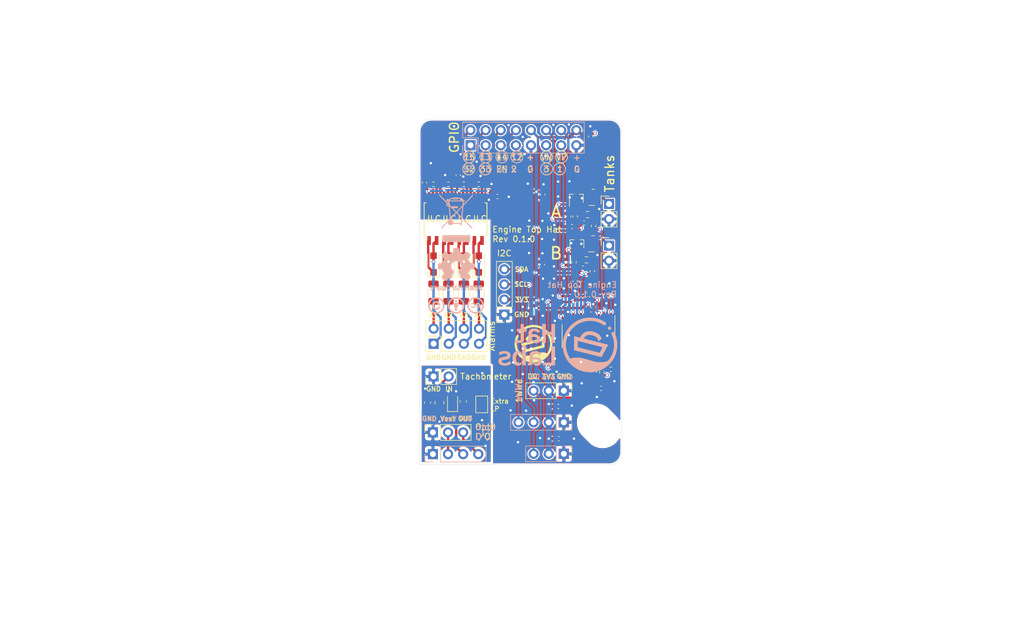
<source format=kicad_pcb>
(kicad_pcb (version 20171130) (host pcbnew "(5.1.9-0-10_14)")
  (title_block (title "Engine Top Hat for SH-ESP32") (date 2021-04-27) (rev 0.1.0) (company "Hat Labs Ltd") (comment 1 https://creativecommons.org/licenses/by-sa/4.0) (comment 2 "To view a copy of this license, visit ") (comment 3 "This design is licensed under CC BY-SA 4.0."))
  (layers (0 F.Cu signal) (31 B.Cu signal) (34 B.Paste user) (35 F.Paste user) (36 B.SilkS user) (37 F.SilkS user) (38 B.Mask user) (39 F.Mask user) (44 Edge.Cuts user))
  (net 0 "")
  (net 1 GND)
  (net 2 +3V3)
  (net 3 "Net-(C401-Pad1)")
  (net 4 "Net-(C402-Pad1)")
  (net 5 "/Tank sender/Vin")
  (net 6 "Net-(C501-Pad1)")
  (net 7 "/Tank sender/VoutB")
  (net 8 "/Tank sender/VoutA")
  (net 9 "Net-(J501-Pad2)")
  (net 10 "Net-(Q401-Pad2)")
  (net 11 "Net-(Q401-Pad1)")
  (net 12 "Net-(Q402-Pad2)")
  (net 13 "Net-(Q402-Pad1)")
  (net 14 ISO_GND)
  (net 15 /ISO_IN)
  (net 16 /IOHeader/ISO_OUT)
  (net 17 /IOHeader/V_ISO)
  (net 18 /IOHeader/DQ)
  (net 19 /IOHeader/SDA)
  (net 20 /IOHeader/SCL)
  (net 21 "Net-(D601-Pad1)")
  (net 22 "/Optocoupler input/IN1")
  (net 23 "Net-(D602-Pad1)")
  (net 24 "/Optocoupler input/IN2")
  (net 25 "Net-(D603-Pad1)")
  (net 26 "/Optocoupler input/IN3")
  (net 27 "Net-(D604-Pad1)")
  (net 28 "/Optocoupler input/IN4")
  (net 29 "/Optocoupler input/GND4")
  (net 30 "/Optocoupler input/GND3")
  (net 31 "/Optocoupler input/GND2")
  (net 32 "/Optocoupler input/GND1")
  (net 33 "/Tank sender/ADC_A")
  (net 34 "/Tank sender/ADC_B")
  (net 35 /AL4)
  (net 36 /AL3)
  (net 37 /AL2)
  (net 38 /AL1)
  (module SH-ESP32-tank-hat:HL_pictogram_6.3mm (layer F.Cu) (at 145.2 94.7)
    (fp_text reference G*** hide)
    (fp_text value LOGO hide)
  )
  (module SH-ESP32-tank-hat:Hat_Labs_20mm (layer B.Cu) (at 149.3 94.9 180)
    (fp_text reference G*** hide)
    (fp_text value LOGO hide)
  )
  (module Symbol:WEEE-Logo_5.6x8mm_SilkScreen (layer B.Cu) (at 132.2 73.6 180)
    (fp_text reference REF** hide)
    (fp_text value WEEE-Logo_5.6x8mm_SilkScreen hide)
  )
  (module Connector_PinSocket_2.54mm:PinSocket_2x08_P2.54mm_Vertical (layer B.Cu) (at 134.62 61.34 270)
    (fp_text reference J303 hide)
    (fp_text value "GPIO subset" hide)
    (pad 16 thru_hole oval (at -2.54 -17.78 270) (size 1.7 1.7) (drill 1) (layers *.Cu *.Mask) (net 2 +3V3))
    (pad 15 thru_hole oval (at 0 -17.78 270) (size 1.7 1.7) (drill 1) (layers *.Cu *.Mask) (net 1 GND))
    (pad 14 thru_hole oval (at -2.54 -15.24 270) (size 1.7 1.7) (drill 1) (layers *.Cu *.Mask) (net 34 "/Tank sender/ADC_B"))
    (pad 13 thru_hole oval (at 0 -15.24 270) (size 1.7 1.7) (drill 1) (layers *.Cu *.Mask))
    (pad 12 thru_hole oval (at -2.54 -12.7 270) (size 1.7 1.7) (drill 1) (layers *.Cu *.Mask) (net 33 "/Tank sender/ADC_A"))
    (pad 11 thru_hole oval (at 0 -12.7 270) (size 1.7 1.7) (drill 1) (layers *.Cu *.Mask))
    (pad 10 thru_hole oval (at -2.54 -10.16 270) (size 1.7 1.7) (drill 1) (layers *.Cu *.Mask) (net 2 +3V3))
    (pad 9 thru_hole oval (at 0 -10.16 270) (size 1.7 1.7) (drill 1) (layers *.Cu *.Mask) (net 1 GND))
    (pad 8 thru_hole oval (at -2.54 -7.62 270) (size 1.7 1.7) (drill 1) (layers *.Cu *.Mask) (net 35 /AL4))
    (pad 7 thru_hole oval (at 0 -7.62 270) (size 1.7 1.7) (drill 1) (layers *.Cu *.Mask))
    (pad 6 thru_hole oval (at -2.54 -5.08 270) (size 1.7 1.7) (drill 1) (layers *.Cu *.Mask) (net 36 /AL3))
    (pad 5 thru_hole oval (at 0 -5.08 270) (size 1.7 1.7) (drill 1) (layers *.Cu *.Mask))
    (pad 4 thru_hole oval (at -2.54 -2.54 270) (size 1.7 1.7) (drill 1) (layers *.Cu *.Mask) (net 37 /AL2))
    (pad 3 thru_hole oval (at 0 -2.54 270) (size 1.7 1.7) (drill 1) (layers *.Cu *.Mask))
    (pad 2 thru_hole oval (at -2.54 0 270) (size 1.7 1.7) (drill 1) (layers *.Cu *.Mask) (net 38 /AL1))
    (pad 1 thru_hole rect (at 0 0 270) (size 1.7 1.7) (drill 1) (layers *.Cu *.Mask))
  )
  (module Diode_SMD:D_SOD-123F (layer F.Cu) (at 136 81.3 90)
    (fp_text reference D604 hide)
    (fp_text value SM4007PL hide)
    (pad 2 smd rect (at 1.4 0 90) (size 1.1 1.1) (layers F.Cu F.Paste F.Mask) (net 29 "/Optocoupler input/GND4"))
    (pad 1 smd rect (at -1.4 0 90) (size 1.1 1.1) (layers F.Cu F.Paste F.Mask) (net 27 "Net-(D604-Pad1)"))
  )
  (module Diode_SMD:D_SOD-123F (layer F.Cu) (at 133.5 81.3 90)
    (fp_text reference D603 hide)
    (fp_text value SM4007PL hide)
    (pad 2 smd rect (at 1.4 0 90) (size 1.1 1.1) (layers F.Cu F.Paste F.Mask) (net 30 "/Optocoupler input/GND3"))
    (pad 1 smd rect (at -1.4 0 90) (size 1.1 1.1) (layers F.Cu F.Paste F.Mask) (net 25 "Net-(D603-Pad1)"))
  )
  (module Diode_SMD:D_SOD-123F (layer F.Cu) (at 130.9 81.3 90)
    (fp_text reference D602 hide)
    (fp_text value SM4007PL hide)
    (pad 2 smd rect (at 1.4 0 90) (size 1.1 1.1) (layers F.Cu F.Paste F.Mask) (net 31 "/Optocoupler input/GND2"))
    (pad 1 smd rect (at -1.4 0 90) (size 1.1 1.1) (layers F.Cu F.Paste F.Mask) (net 23 "Net-(D602-Pad1)"))
  )
  (module Diode_SMD:D_SOD-123F (layer F.Cu) (at 128.4 81.3 90)
    (fp_text reference D601 hide)
    (fp_text value SM4007PL hide)
    (pad 2 smd rect (at 1.4 0 90) (size 1.1 1.1) (layers F.Cu F.Paste F.Mask) (net 32 "/Optocoupler input/GND1"))
    (pad 1 smd rect (at -1.4 0 90) (size 1.1 1.1) (layers F.Cu F.Paste F.Mask) (net 21 "Net-(D601-Pad1)"))
  )
  (module Resistor_SMD:R_0402_1005Metric (layer F.Cu) (at 136 67.9 180)
    (fp_text reference R608 hide)
    (fp_text value 2.2k hide)
    (pad 2 smd roundrect (at 0.51 0 180) (size 0.54 0.64) (layers F.Cu F.Paste F.Mask) (net 1 GND))
    (pad 1 smd roundrect (at -0.51 0 180) (size 0.54 0.64) (layers F.Cu F.Paste F.Mask) (net 35 /AL4))
  )
  (module Resistor_SMD:R_0402_1005Metric (layer F.Cu) (at 133.49 67.9 180)
    (fp_text reference R607 hide)
    (fp_text value 2.2k hide)
    (pad 2 smd roundrect (at 0.51 0 180) (size 0.54 0.64) (layers F.Cu F.Paste F.Mask) (net 1 GND))
    (pad 1 smd roundrect (at -0.51 0 180) (size 0.54 0.64) (layers F.Cu F.Paste F.Mask) (net 36 /AL3))
  )
  (module Resistor_SMD:R_0402_1005Metric (layer F.Cu) (at 130.9 67.9 180)
    (fp_text reference R606 hide)
    (fp_text value 2.2k hide)
    (pad 2 smd roundrect (at 0.51 0 180) (size 0.54 0.64) (layers F.Cu F.Paste F.Mask) (net 1 GND))
    (pad 1 smd roundrect (at -0.51 0 180) (size 0.54 0.64) (layers F.Cu F.Paste F.Mask) (net 37 /AL2))
  )
  (module Resistor_SMD:R_0402_1005Metric (layer F.Cu) (at 128.4 67.9 180)
    (fp_text reference R605 hide)
    (fp_text value 2.2k hide)
    (pad 2 smd roundrect (at 0.51 0 180) (size 0.54 0.64) (layers F.Cu F.Paste F.Mask) (net 1 GND))
    (pad 1 smd roundrect (at -0.51 0 180) (size 0.54 0.64) (layers F.Cu F.Paste F.Mask) (net 38 /AL1))
  )
  (module Package_SO:SOIC-16W_5.3x10.2mm_P1.27mm (layer F.Cu) (at 132.1 73.8 90)
    (fp_text reference U601 hide)
    (fp_text value ELQ3H7 hide)
    (pad 16 smd rect (at 3.55 -4.445 90) (size 1.5 0.6) (layers F.Cu F.Paste F.Mask) (net 2 +3V3))
    (pad 15 smd rect (at 3.55 -3.175 90) (size 1.5 0.6) (layers F.Cu F.Paste F.Mask) (net 38 /AL1))
    (pad 14 smd rect (at 3.55 -1.905 90) (size 1.5 0.6) (layers F.Cu F.Paste F.Mask) (net 2 +3V3))
    (pad 13 smd rect (at 3.55 -0.635 90) (size 1.5 0.6) (layers F.Cu F.Paste F.Mask) (net 37 /AL2))
    (pad 12 smd rect (at 3.55 0.635 90) (size 1.5 0.6) (layers F.Cu F.Paste F.Mask) (net 2 +3V3))
    (pad 11 smd rect (at 3.55 1.905 90) (size 1.5 0.6) (layers F.Cu F.Paste F.Mask) (net 36 /AL3))
    (pad 10 smd rect (at 3.55 3.175 90) (size 1.5 0.6) (layers F.Cu F.Paste F.Mask) (net 2 +3V3))
    (pad 9 smd rect (at 3.55 4.445 90) (size 1.5 0.6) (layers F.Cu F.Paste F.Mask) (net 35 /AL4))
    (pad 8 smd rect (at -3.55 4.445 90) (size 1.5 0.6) (layers F.Cu F.Paste F.Mask) (net 29 "/Optocoupler input/GND4"))
    (pad 7 smd rect (at -3.55 3.175 90) (size 1.5 0.6) (layers F.Cu F.Paste F.Mask) (net 27 "Net-(D604-Pad1)"))
    (pad 6 smd rect (at -3.55 1.905 90) (size 1.5 0.6) (layers F.Cu F.Paste F.Mask) (net 30 "/Optocoupler input/GND3"))
    (pad 5 smd rect (at -3.55 0.635 90) (size 1.5 0.6) (layers F.Cu F.Paste F.Mask) (net 25 "Net-(D603-Pad1)"))
    (pad 4 smd rect (at -3.55 -0.635 90) (size 1.5 0.6) (layers F.Cu F.Paste F.Mask) (net 31 "/Optocoupler input/GND2"))
    (pad 3 smd rect (at -3.55 -1.905 90) (size 1.5 0.6) (layers F.Cu F.Paste F.Mask) (net 23 "Net-(D602-Pad1)"))
    (pad 2 smd rect (at -3.55 -3.175 90) (size 1.5 0.6) (layers F.Cu F.Paste F.Mask) (net 32 "/Optocoupler input/GND1"))
    (pad 1 smd rect (at -3.55 -4.445 90) (size 1.5 0.6) (layers F.Cu F.Paste F.Mask) (net 21 "Net-(D601-Pad1)"))
  )
  (module Connector_PinHeader_2.54mm:PinHeader_2x04_P2.54mm_Vertical (layer F.Cu) (at 128.42 94.7 90)
    (fp_text reference J601 hide)
    (fp_text value "Alarm input" hide)
    (pad 8 thru_hole oval (at 2.54 7.62 90) (size 1.7 1.7) (drill 1) (layers *.Cu *.Mask) (net 28 "/Optocoupler input/IN4"))
    (pad 7 thru_hole oval (at 0 7.62 90) (size 1.7 1.7) (drill 1) (layers *.Cu *.Mask) (net 29 "/Optocoupler input/GND4"))
    (pad 6 thru_hole oval (at 2.54 5.08 90) (size 1.7 1.7) (drill 1) (layers *.Cu *.Mask) (net 26 "/Optocoupler input/IN3"))
    (pad 5 thru_hole oval (at 0 5.08 90) (size 1.7 1.7) (drill 1) (layers *.Cu *.Mask) (net 30 "/Optocoupler input/GND3"))
    (pad 4 thru_hole oval (at 2.54 2.54 90) (size 1.7 1.7) (drill 1) (layers *.Cu *.Mask) (net 24 "/Optocoupler input/IN2"))
    (pad 3 thru_hole oval (at 0 2.54 90) (size 1.7 1.7) (drill 1) (layers *.Cu *.Mask) (net 31 "/Optocoupler input/GND2"))
    (pad 2 thru_hole oval (at 2.54 0 90) (size 1.7 1.7) (drill 1) (layers *.Cu *.Mask) (net 22 "/Optocoupler input/IN1"))
    (pad 1 thru_hole rect (at 0 0 90) (size 1.7 1.7) (drill 1) (layers *.Cu *.Mask) (net 32 "/Optocoupler input/GND1"))
  )
  (module Resistor_SMD:R_1206_3216Metric (layer F.Cu) (at 136 86.1 90)
    (fp_text reference R604 hide)
    (fp_text value 3.3k hide)
    (pad 2 smd roundrect (at 1.4625 0 90) (size 1.125 1.75) (layers F.Cu F.Paste F.Mask) (roundrect_rratio 0.222222) (net 27 "Net-(D604-Pad1)"))
    (pad 1 smd roundrect (at -1.4625 0 90) (size 1.125 1.75) (layers F.Cu F.Paste F.Mask) (roundrect_rratio 0.222222) (net 28 "/Optocoupler input/IN4"))
  )
  (module Resistor_SMD:R_1206_3216Metric (layer F.Cu) (at 133.5 86.1 90)
    (fp_text reference R603 hide)
    (fp_text value 3.3k hide)
    (pad 2 smd roundrect (at 1.4625 0 90) (size 1.125 1.75) (layers F.Cu F.Paste F.Mask) (roundrect_rratio 0.222222) (net 25 "Net-(D603-Pad1)"))
    (pad 1 smd roundrect (at -1.4625 0 90) (size 1.125 1.75) (layers F.Cu F.Paste F.Mask) (roundrect_rratio 0.222222) (net 26 "/Optocoupler input/IN3"))
  )
  (module Resistor_SMD:R_1206_3216Metric (layer F.Cu) (at 130.9 86.1 90)
    (fp_text reference R602 hide)
    (fp_text value 3.3k hide)
    (pad 2 smd roundrect (at 1.4625 0 90) (size 1.125 1.75) (layers F.Cu F.Paste F.Mask) (roundrect_rratio 0.222222) (net 23 "Net-(D602-Pad1)"))
    (pad 1 smd roundrect (at -1.4625 0 90) (size 1.125 1.75) (layers F.Cu F.Paste F.Mask) (roundrect_rratio 0.222222) (net 24 "/Optocoupler input/IN2"))
  )
  (module Resistor_SMD:R_1206_3216Metric (layer F.Cu) (at 128.4 86.1 90)
    (fp_text reference R601 hide)
    (fp_text value 3.3k hide)
    (pad 2 smd roundrect (at 1.4625 0 90) (size 1.125 1.75) (layers F.Cu F.Paste F.Mask) (roundrect_rratio 0.222222) (net 21 "Net-(D601-Pad1)"))
    (pad 1 smd roundrect (at -1.4625 0 90) (size 1.125 1.75) (layers F.Cu F.Paste F.Mask) (roundrect_rratio 0.222222) (net 22 "/Optocoupler input/IN1"))
  )
  (module Connector_PinHeader_2.54mm:PinHeader_1x02_P2.54mm_Vertical (layer F.Cu) (at 128.4 100.2 90)
    (fp_text reference J501 hide)
    (fp_text value Conn_01x02 hide)
    (pad 2 thru_hole oval (at 0 2.54 90) (size 1.7 1.7) (drill 1) (layers *.Cu *.Mask) (net 9 "Net-(J501-Pad2)"))
    (pad 1 thru_hole rect (at 0 0 90) (size 1.7 1.7) (drill 1) (layers *.Cu *.Mask) (net 14 ISO_GND))
  )
  (module Connector_PinHeader_2.54mm:PinHeader_1x02_P2.54mm_Vertical (layer F.Cu) (at 157.9 78.2)
    (fp_text reference J402 hide)
    (fp_text value Conn_01x02 hide)
    (pad 2 thru_hole oval (at 0 2.54) (size 1.7 1.7) (drill 1) (layers *.Cu *.Mask) (net 1 GND))
    (pad 1 thru_hole rect (at 0 0) (size 1.7 1.7) (drill 1) (layers *.Cu *.Mask) (net 7 "/Tank sender/VoutB"))
  )
  (module Connector_PinHeader_2.54mm:PinHeader_1x02_P2.54mm_Vertical (layer F.Cu) (at 157.9 71.2)
    (fp_text reference J401 hide)
    (fp_text value Conn_01x02 hide)
    (pad 2 thru_hole oval (at 0 2.54) (size 1.7 1.7) (drill 1) (layers *.Cu *.Mask) (net 1 GND))
    (pad 1 thru_hole rect (at 0 0) (size 1.7 1.7) (drill 1) (layers *.Cu *.Mask) (net 8 "/Tank sender/VoutA"))
  )
  (module Package_TO_SOT_SMD:SOT-323_SC-70 (layer F.Cu) (at 152.5 77.95 90)
    (fp_text reference Q402 hide)
    (fp_text value S9015 hide)
    (pad 3 smd rect (at 1 0) (size 0.45 0.7) (layers F.Cu F.Paste F.Mask) (net 7 "/Tank sender/VoutB"))
    (pad 2 smd rect (at -1 0.65) (size 0.45 0.7) (layers F.Cu F.Paste F.Mask) (net 12 "Net-(Q402-Pad2)"))
    (pad 1 smd rect (at -1 -0.65) (size 0.45 0.7) (layers F.Cu F.Paste F.Mask) (net 13 "Net-(Q402-Pad1)"))
  )
  (module Package_TO_SOT_SMD:SOT-323_SC-70 (layer F.Cu) (at 152.4 70.3 90)
    (fp_text reference Q401 hide)
    (fp_text value S9015 hide)
    (pad 3 smd rect (at 1 0) (size 0.45 0.7) (layers F.Cu F.Paste F.Mask) (net 8 "/Tank sender/VoutA"))
    (pad 2 smd rect (at -1 0.65) (size 0.45 0.7) (layers F.Cu F.Paste F.Mask) (net 10 "Net-(Q401-Pad2)"))
    (pad 1 smd rect (at -1 -0.65) (size 0.45 0.7) (layers F.Cu F.Paste F.Mask) (net 11 "Net-(Q401-Pad1)"))
  )
  (module Package_DFN_QFN:Diodes_UDFN-10_1.0x2.5mm_P0.5mm (layer F.Cu) (at 154.95 77.9)
    (fp_text reference U403 hide)
    (fp_text value RCLAMP0524P-N hide)
    (pad 2 smd rect (at -0.3875 -0.5 270) (size 0.25 0.625) (layers F.Cu F.Paste F.Mask))
    (pad 3 smd rect (at -0.35 0 270) (size 0.45 0.7) (layers F.Cu F.Paste F.Mask) (net 1 GND))
    (pad 1 smd rect (at -0.3875 -1 270) (size 0.25 0.625) (layers F.Cu F.Paste F.Mask) (net 7 "/Tank sender/VoutB"))
    (pad 4 smd rect (at -0.3875 0.5 270) (size 0.25 0.625) (layers F.Cu F.Paste F.Mask))
    (pad 10 smd rect (at 0.3875 -1 270) (size 0.25 0.625) (layers F.Cu F.Paste F.Mask) (net 7 "/Tank sender/VoutB"))
    (pad 9 smd rect (at 0.3875 -0.5 270) (size 0.25 0.625) (layers F.Cu F.Paste F.Mask))
    (pad 5 smd rect (at -0.3875 1 270) (size 0.25 0.625) (layers F.Cu F.Paste F.Mask))
    (pad 8 smd rect (at 0.4125 0 270) (size 0.45 0.575) (layers F.Cu F.Paste F.Mask) (net 1 GND))
    (pad 6 smd rect (at 0.3875 1 270) (size 0.25 0.625) (layers F.Cu F.Paste F.Mask))
    (pad 7 smd rect (at 0.3875 0.5 270) (size 0.25 0.625) (layers F.Cu F.Paste F.Mask))
  )
  (module Package_DFN_QFN:Diodes_UDFN-10_1.0x2.5mm_P0.5mm (layer F.Cu) (at 155 70.1)
    (fp_text reference U402 hide)
    (fp_text value RCLAMP0524P-N hide)
    (pad 2 smd rect (at -0.3875 -0.5 270) (size 0.25 0.625) (layers F.Cu F.Paste F.Mask))
    (pad 3 smd rect (at -0.35 0 270) (size 0.45 0.7) (layers F.Cu F.Paste F.Mask) (net 1 GND))
    (pad 1 smd rect (at -0.3875 -1 270) (size 0.25 0.625) (layers F.Cu F.Paste F.Mask) (net 8 "/Tank sender/VoutA"))
    (pad 4 smd rect (at -0.3875 0.5 270) (size 0.25 0.625) (layers F.Cu F.Paste F.Mask))
    (pad 10 smd rect (at 0.3875 -1 270) (size 0.25 0.625) (layers F.Cu F.Paste F.Mask) (net 8 "/Tank sender/VoutA"))
    (pad 9 smd rect (at 0.3875 -0.5 270) (size 0.25 0.625) (layers F.Cu F.Paste F.Mask))
    (pad 5 smd rect (at -0.3875 1 270) (size 0.25 0.625) (layers F.Cu F.Paste F.Mask))
    (pad 8 smd rect (at 0.4125 0 270) (size 0.45 0.575) (layers F.Cu F.Paste F.Mask) (net 1 GND))
    (pad 6 smd rect (at 0.3875 1 270) (size 0.25 0.625) (layers F.Cu F.Paste F.Mask))
    (pad 7 smd rect (at 0.3875 0.5 270) (size 0.25 0.625) (layers F.Cu F.Paste F.Mask))
  )
  (module Resistor_SMD:R_0402_1005Metric (layer F.Cu) (at 152 81 90)
    (fp_text reference R408 hide)
    (fp_text value 1.5k hide)
    (pad 2 smd roundrect (at 0.51 0 90) (size 0.54 0.64) (layers F.Cu F.Paste F.Mask) (net 7 "/Tank sender/VoutB"))
    (pad 1 smd roundrect (at -0.51 0 90) (size 0.54 0.64) (layers F.Cu F.Paste F.Mask) (net 34 "/Tank sender/ADC_B"))
  )
  (module Resistor_SMD:R_0402_1005Metric (layer F.Cu) (at 152.2 73.3 90)
    (fp_text reference R407 hide)
    (fp_text value 1.5k hide)
    (pad 2 smd roundrect (at 0.51 0 90) (size 0.54 0.64) (layers F.Cu F.Paste F.Mask) (net 8 "/Tank sender/VoutA"))
    (pad 1 smd roundrect (at -0.51 0 90) (size 0.54 0.64) (layers F.Cu F.Paste F.Mask) (net 33 "/Tank sender/ADC_A"))
  )
  (module Resistor_SMD:R_0402_1005Metric (layer F.Cu) (at 158.2 99)
    (fp_text reference R406 hide)
    (fp_text value 10k hide)
    (pad 2 smd roundrect (at 0.51 0) (size 0.54 0.64) (layers F.Cu F.Paste F.Mask) (net 1 GND))
    (pad 1 smd roundrect (at -0.51 0) (size 0.54 0.64) (layers F.Cu F.Paste F.Mask) (net 5 "/Tank sender/Vin"))
  )
  (module Resistor_SMD:R_0402_1005Metric (layer F.Cu) (at 156.7 99.5 90)
    (fp_text reference R405 hide)
    (fp_text value 1k hide)
    (pad 2 smd roundrect (at 0.51 0 90) (size 0.54 0.64) (layers F.Cu F.Paste F.Mask) (net 5 "/Tank sender/Vin"))
    (pad 1 smd roundrect (at -0.51 0 90) (size 0.54 0.64) (layers F.Cu F.Paste F.Mask) (net 2 +3V3))
  )
  (module Resistor_SMD:R_0603_1608Metric (layer F.Cu) (at 154.1 80.6)
    (fp_text reference R404 hide)
    (fp_text value 30 hide)
    (pad 2 smd roundrect (at 0.825 0) (size 0.8 0.95) (layers F.Cu F.Paste F.Mask) (net 12 "Net-(Q402-Pad2)"))
    (pad 1 smd roundrect (at -0.825 0) (size 0.8 0.95) (layers F.Cu F.Paste F.Mask) (net 2 +3V3))
  )
  (module Resistor_SMD:R_0603_1608Metric (layer F.Cu) (at 154.3 73)
    (fp_text reference R403 hide)
    (fp_text value 30 hide)
    (pad 2 smd roundrect (at 0.825 0) (size 0.8 0.95) (layers F.Cu F.Paste F.Mask) (net 10 "Net-(Q401-Pad2)"))
    (pad 1 smd roundrect (at -0.825 0) (size 0.8 0.95) (layers F.Cu F.Paste F.Mask) (net 2 +3V3))
  )
  (module Resistor_SMD:R_0402_1005Metric (layer F.Cu) (at 155.1 82.5 270)
    (fp_text reference R402 hide)
    (fp_text value 1k hide)
    (pad 2 smd roundrect (at 0.51 0 270) (size 0.54 0.64) (layers F.Cu F.Paste F.Mask) (net 4 "Net-(C402-Pad1)"))
    (pad 1 smd roundrect (at -0.51 0 270) (size 0.54 0.64) (layers F.Cu F.Paste F.Mask) (net 12 "Net-(Q402-Pad2)"))
  )
  (module Resistor_SMD:R_0402_1005Metric (layer F.Cu) (at 155.3 74.9 270)
    (fp_text reference R401 hide)
    (fp_text value 1k hide)
    (pad 2 smd roundrect (at 0.51 0 270) (size 0.54 0.64) (layers F.Cu F.Paste F.Mask) (net 3 "Net-(C401-Pad1)"))
    (pad 1 smd roundrect (at -0.51 0 270) (size 0.54 0.64) (layers F.Cu F.Paste F.Mask) (net 10 "Net-(Q401-Pad2)"))
  )
  (module Connector_PinHeader_2.54mm:PinHeader_1x03_P2.54mm_Vertical (layer F.Cu) (at 150.3 102.6 270)
    (fp_text reference J305 hide)
    (fp_text value 1-Wire_top hide)
    (pad 3 thru_hole oval (at 0 5.08 270) (size 1.7 1.7) (drill 1) (layers *.Cu *.Mask) (net 18 /IOHeader/DQ))
    (pad 2 thru_hole oval (at 0 2.54 270) (size 1.7 1.7) (drill 1) (layers *.Cu *.Mask) (net 2 +3V3))
    (pad 1 thru_hole rect (at 0 0 270) (size 1.7 1.7) (drill 1) (layers *.Cu *.Mask) (net 1 GND))
  )
  (module Connector_PinSocket_2.54mm:PinSocket_1x04_P2.54mm_Vertical (layer F.Cu) (at 140.3 89.8 180)
    (fp_text reference J301 hide)
    (fp_text value I2C_top hide)
    (pad 4 thru_hole oval (at 0 7.62 180) (size 1.7 1.7) (drill 1) (layers *.Cu *.Mask) (net 19 /IOHeader/SDA))
    (pad 3 thru_hole oval (at 0 5.08 180) (size 1.7 1.7) (drill 1) (layers *.Cu *.Mask) (net 20 /IOHeader/SCL))
    (pad 2 thru_hole oval (at 0 2.54 180) (size 1.7 1.7) (drill 1) (layers *.Cu *.Mask) (net 2 +3V3))
    (pad 1 thru_hole rect (at 0 0 180) (size 1.7 1.7) (drill 1) (layers *.Cu *.Mask) (net 1 GND))
  )
  (module Capacitor_SMD:C_0402_1005Metric (layer F.Cu) (at 150.9 81 90)
    (fp_text reference C406 hide)
    (fp_text value 1uF hide)
    (pad 2 smd roundrect (at 0.48 0 90) (size 0.56 0.62) (layers F.Cu F.Paste F.Mask) (net 1 GND))
    (pad 1 smd roundrect (at -0.48 0 90) (size 0.56 0.62) (layers F.Cu F.Paste F.Mask) (net 34 "/Tank sender/ADC_B"))
  )
  (module Capacitor_SMD:C_0402_1005Metric (layer F.Cu) (at 151.1 73.3 90)
    (fp_text reference C405 hide)
    (fp_text value 1uF hide)
    (pad 2 smd roundrect (at 0.48 0 90) (size 0.56 0.62) (layers F.Cu F.Paste F.Mask) (net 1 GND))
    (pad 1 smd roundrect (at -0.48 0 90) (size 0.56 0.62) (layers F.Cu F.Paste F.Mask) (net 33 "/Tank sender/ADC_A"))
  )
  (module Capacitor_SMD:C_0603_1608Metric (layer F.Cu) (at 155.3 99.4 270)
    (fp_text reference C404 hide)
    (fp_text value 68nF hide)
    (pad 2 smd roundrect (at 0.775 0 270) (size 0.9 0.95) (layers F.Cu F.Paste F.Mask) (net 1 GND))
    (pad 1 smd roundrect (at -0.775 0 270) (size 0.9 0.95) (layers F.Cu F.Paste F.Mask) (net 5 "/Tank sender/Vin"))
  )
  (module Capacitor_SMD:C_0402_1005Metric (layer F.Cu) (at 154.9 89)
    (fp_text reference C403 hide)
    (fp_text value 100nF hide)
    (pad 2 smd roundrect (at 0.48 0) (size 0.56 0.62) (layers F.Cu F.Paste F.Mask) (net 1 GND))
    (pad 1 smd roundrect (at -0.48 0) (size 0.56 0.62) (layers F.Cu F.Paste F.Mask) (net 2 +3V3))
  )
  (module Capacitor_SMD:C_0402_1005Metric (layer F.Cu) (at 153.5 82 180)
    (fp_text reference C402 hide)
    (fp_text value 100nF hide)
    (pad 2 smd roundrect (at 0.48 0 180) (size 0.56 0.62) (layers F.Cu F.Paste F.Mask) (net 2 +3V3))
    (pad 1 smd roundrect (at -0.48 0 180) (size 0.56 0.62) (layers F.Cu F.Paste F.Mask) (net 4 "Net-(C402-Pad1)"))
  )
  (module Capacitor_SMD:C_0402_1005Metric (layer F.Cu) (at 153.7 74.4 180)
    (fp_text reference C401 hide)
    (fp_text value 100nF hide)
    (pad 2 smd roundrect (at 0.48 0 180) (size 0.56 0.62) (layers F.Cu F.Paste F.Mask) (net 2 +3V3))
    (pad 1 smd roundrect (at -0.48 0 180) (size 0.56 0.62) (layers F.Cu F.Paste F.Mask) (net 3 "Net-(C401-Pad1)"))
  )
  (module Capacitor_SMD:C_0402_1005Metric (layer F.Cu) (at 126.9 67.6 270)
    (fp_text reference C212 hide)
    (fp_text value 100nF hide)
    (pad 2 smd roundrect (at 0.48 0 270) (size 0.56 0.62) (layers F.Cu F.Paste F.Mask) (net 2 +3V3))
    (pad 1 smd roundrect (at -0.48 0 270) (size 0.56 0.62) (layers F.Cu F.Paste F.Mask) (net 1 GND))
  )
  (module Capacitor_SMD:C_0402_1005Metric (layer F.Cu) (at 132.55 66.38 270)
    (fp_text reference C211 hide)
    (fp_text value 100nF hide)
    (pad 2 smd roundrect (at 0.48 0 270) (size 0.56 0.62) (layers F.Cu F.Paste F.Mask) (net 2 +3V3))
    (pad 1 smd roundrect (at -0.48 0 270) (size 0.56 0.62) (layers F.Cu F.Paste F.Mask) (net 1 GND))
  )
  (module Capacitor_SMD:C_0402_1005Metric (layer F.Cu) (at 139.15 69.95 180)
    (fp_text reference C210 hide)
    (fp_text value 100nF hide)
    (pad 2 smd roundrect (at 0.48 0 180) (size 0.56 0.62) (layers F.Cu F.Paste F.Mask) (net 2 +3V3))
    (pad 1 smd roundrect (at -0.48 0 180) (size 0.56 0.62) (layers F.Cu F.Paste F.Mask) (net 1 GND))
  )
  (module Capacitor_SMD:C_0402_1005Metric (layer F.Cu) (at 146.75 69.62 90)
    (fp_text reference C208 hide)
    (fp_text value 100nF hide)
    (pad 2 smd roundrect (at 0.48 0 90) (size 0.56 0.62) (layers F.Cu F.Paste F.Mask) (net 2 +3V3))
    (pad 1 smd roundrect (at -0.48 0 90) (size 0.56 0.62) (layers F.Cu F.Paste F.Mask) (net 1 GND))
  )
  (module Capacitor_SMD:C_0402_1005Metric (layer F.Cu) (at 154.8 59.85 90)
    (fp_text reference C206 hide)
    (fp_text value 100nF hide)
    (pad 2 smd roundrect (at 0.48 0 90) (size 0.56 0.62) (layers F.Cu F.Paste F.Mask) (net 2 +3V3))
    (pad 1 smd roundrect (at -0.48 0 90) (size 0.56 0.62) (layers F.Cu F.Paste F.Mask) (net 1 GND))
  )
  (module Capacitor_SMD:C_0402_1005Metric (layer F.Cu) (at 156.55 102.2 180)
    (fp_text reference C205 hide)
    (fp_text value 100nF hide)
    (pad 2 smd roundrect (at 0.48 0 180) (size 0.56 0.62) (layers F.Cu F.Paste F.Mask) (net 2 +3V3))
    (pad 1 smd roundrect (at -0.48 0 180) (size 0.56 0.62) (layers F.Cu F.Paste F.Mask) (net 1 GND))
  )
  (module Capacitor_SMD:C_0402_1005Metric (layer F.Cu) (at 144.85 88.7 90)
    (fp_text reference C204 hide)
    (fp_text value 100nF hide)
    (pad 2 smd roundrect (at 0.48 0 90) (size 0.56 0.62) (layers F.Cu F.Paste F.Mask) (net 2 +3V3))
    (pad 1 smd roundrect (at -0.48 0 90) (size 0.56 0.62) (layers F.Cu F.Paste F.Mask) (net 1 GND))
  )
  (module Capacitor_SMD:C_0402_1005Metric (layer F.Cu) (at 146.7 81.4 270)
    (fp_text reference C203 hide)
    (fp_text value 100nF hide)
    (pad 2 smd roundrect (at 0.48 0 270) (size 0.56 0.62) (layers F.Cu F.Paste F.Mask) (net 2 +3V3))
    (pad 1 smd roundrect (at -0.48 0 270) (size 0.56 0.62) (layers F.Cu F.Paste F.Mask) (net 1 GND))
  )
  (module Capacitor_SMD:C_0402_1005Metric (layer F.Cu) (at 149.45 110.65 180)
    (fp_text reference C202 hide)
    (fp_text value 100nF hide)
    (pad 2 smd roundrect (at 0.48 0 180) (size 0.56 0.62) (layers F.Cu F.Paste F.Mask) (net 2 +3V3))
    (pad 1 smd roundrect (at -0.48 0 180) (size 0.56 0.62) (layers F.Cu F.Paste F.Mask) (net 1 GND))
  )
  (module Capacitor_SMD:C_0402_1005Metric (layer F.Cu) (at 151.65 75)
    (fp_text reference C201 hide)
    (fp_text value 100nF hide)
    (pad 2 smd roundrect (at 0.48 0) (size 0.56 0.62) (layers F.Cu F.Paste F.Mask) (net 2 +3V3))
    (pad 1 smd roundrect (at -0.48 0) (size 0.56 0.62) (layers F.Cu F.Paste F.Mask) (net 1 GND))
  )
  (module Connector_PinSocket_2.54mm:PinSocket_1x03_P2.54mm_Vertical (layer F.Cu) (at 128.3 109.6 90)
    (fp_text reference J307 hide)
    (fp_text value Opto_top hide)
    (pad 3 thru_hole oval (at 0 5.08 90) (size 1.7 1.7) (drill 1) (layers *.Cu *.Mask) (net 16 /IOHeader/ISO_OUT))
    (pad 2 thru_hole oval (at 0 2.54 90) (size 1.7 1.7) (drill 1) (layers *.Cu *.Mask) (net 17 /IOHeader/V_ISO))
    (pad 1 thru_hole rect (at 0 0 90) (size 1.7 1.7) (drill 1) (layers *.Cu *.Mask) (net 14 ISO_GND))
  )
  (module Connector_PinSocket_2.54mm:PinSocket_1x03_P2.54mm_Vertical (layer B.Cu) (at 150.3 113.2 90)
    (fp_text reference J306 hide)
    (fp_text value 1-Wire_bottom hide)
    (pad 3 thru_hole oval (at 0 -5.08 90) (size 1.7 1.7) (drill 1) (layers *.Cu *.Mask) (net 18 /IOHeader/DQ))
    (pad 2 thru_hole oval (at 0 -2.54 90) (size 1.7 1.7) (drill 1) (layers *.Cu *.Mask) (net 2 +3V3))
    (pad 1 thru_hole rect (at 0 0 90) (size 1.7 1.7) (drill 1) (layers *.Cu *.Mask) (net 1 GND))
  )
  (module Connector_PinSocket_2.54mm:PinSocket_1x04_P2.54mm_Vertical (layer B.Cu) (at 128.3 113.25 270)
    (fp_text reference J304 hide)
    (fp_text value Opto_bottom hide)
    (pad 4 thru_hole oval (at 0 -7.62 270) (size 1.7 1.7) (drill 1) (layers *.Cu *.Mask) (net 16 /IOHeader/ISO_OUT))
    (pad 3 thru_hole oval (at 0 -5.08 270) (size 1.7 1.7) (drill 1) (layers *.Cu *.Mask) (net 15 /ISO_IN))
    (pad 2 thru_hole oval (at 0 -2.54 270) (size 1.7 1.7) (drill 1) (layers *.Cu *.Mask) (net 17 /IOHeader/V_ISO))
    (pad 1 thru_hole rect (at 0 0 270) (size 1.7 1.7) (drill 1) (layers *.Cu *.Mask) (net 14 ISO_GND))
  )
  (module Package_SO:SOIC-14_3.9x8.7mm_P1.27mm (layer F.Cu) (at 154.45 93.4 270)
    (fp_text reference U401 hide)
    (fp_text value LMV324 hide)
    (pad 14 smd roundrect (at 2.475 -3.81 270) (size 1.95 0.6) (layers F.Cu F.Paste F.Mask))
    (pad 13 smd roundrect (at 2.475 -2.54 270) (size 1.95 0.6) (layers F.Cu F.Paste F.Mask) (net 1 GND))
    (pad 12 smd roundrect (at 2.475 -1.27 270) (size 1.95 0.6) (layers F.Cu F.Paste F.Mask) (net 1 GND))
    (pad 11 smd roundrect (at 2.475 0 270) (size 1.95 0.6) (layers F.Cu F.Paste F.Mask) (net 1 GND))
    (pad 10 smd roundrect (at 2.475 1.27 270) (size 1.95 0.6) (layers F.Cu F.Paste F.Mask) (net 1 GND))
    (pad 9 smd roundrect (at 2.475 2.54 270) (size 1.95 0.6) (layers F.Cu F.Paste F.Mask) (net 1 GND))
    (pad 8 smd roundrect (at 2.475 3.81 270) (size 1.95 0.6) (layers F.Cu F.Paste F.Mask))
    (pad 7 smd roundrect (at -2.475 3.81 270) (size 1.95 0.6) (layers F.Cu F.Paste F.Mask) (net 13 "Net-(Q402-Pad1)"))
    (pad 6 smd roundrect (at -2.475 2.54 270) (size 1.95 0.6) (layers F.Cu F.Paste F.Mask) (net 5 "/Tank sender/Vin"))
    (pad 5 smd roundrect (at -2.475 1.27 270) (size 1.95 0.6) (layers F.Cu F.Paste F.Mask) (net 4 "Net-(C402-Pad1)"))
    (pad 4 smd roundrect (at -2.475 0 270) (size 1.95 0.6) (layers F.Cu F.Paste F.Mask) (net 2 +3V3))
    (pad 3 smd roundrect (at -2.475 -1.27 270) (size 1.95 0.6) (layers F.Cu F.Paste F.Mask) (net 5 "/Tank sender/Vin"))
    (pad 2 smd roundrect (at -2.475 -2.54 270) (size 1.95 0.6) (layers F.Cu F.Paste F.Mask) (net 3 "Net-(C401-Pad1)"))
    (pad 1 smd roundrect (at -2.475 -3.81 270) (size 1.95 0.6) (layers F.Cu F.Paste F.Mask) (net 11 "Net-(Q401-Pad1)"))
  )
  (module Resistor_SMD:R_0805_2012Metric (layer F.Cu) (at 129.4 104.6 90)
    (fp_text reference R501 hide)
    (fp_text value 3.3k hide)
    (pad 2 smd roundrect (at 0.9125 0 90) (size 1.025 1.4) (layers F.Cu F.Paste F.Mask) (roundrect_rratio 0.243902) (net 9 "Net-(J501-Pad2)"))
    (pad 1 smd roundrect (at -0.9125 0 90) (size 1.025 1.4) (layers F.Cu F.Paste F.Mask) (roundrect_rratio 0.243902) (net 15 /ISO_IN))
  )
  (module Jumper:SolderJumper-2_P1.3mm_Open_Pad1.0x1.5mm (layer F.Cu) (at 136.5 104.9 270)
    (fp_text reference JP501 hide)
    (fp_text value SolderJumper_2_Open hide)
    (pad 1 smd rect (at -0.65 0 270) (size 1 1.5) (layers F.Cu F.Mask) (net 6 "Net-(C501-Pad1)"))
    (pad 2 smd rect (at 0.65 0 270) (size 1 1.5) (layers F.Cu F.Mask) (net 15 /ISO_IN))
  )
  (module Diode_SMD:D_SOD-323 (layer F.Cu) (at 131.6 104.6 90)
    (fp_text reference D501 hide)
    (fp_text value BZT52C16S hide)
    (pad 2 smd rect (at 1.05 0 90) (size 0.6 0.45) (layers F.Cu F.Paste F.Mask) (net 14 ISO_GND))
    (pad 1 smd rect (at -1.05 0 90) (size 0.6 0.45) (layers F.Cu F.Paste F.Mask) (net 15 /ISO_IN))
  )
  (module Capacitor_SMD:C_0603_1608Metric (layer F.Cu) (at 127.4 104.6 90)
    (fp_text reference C502 hide)
    (fp_text value 4.7nF hide)
    (pad 2 smd roundrect (at 0.775 0 90) (size 0.9 0.95) (layers F.Cu F.Paste F.Mask) (net 14 ISO_GND))
    (pad 1 smd roundrect (at -0.775 0 90) (size 0.9 0.95) (layers F.Cu F.Paste F.Mask) (net 15 /ISO_IN))
  )
  (module Capacitor_SMD:C_0603_1608Metric (layer F.Cu) (at 133.4 104.4 90)
    (fp_text reference C501 hide)
    (fp_text value 47nF hide)
    (pad 2 smd roundrect (at 0.775 0 90) (size 0.9 0.95) (layers F.Cu F.Paste F.Mask) (net 14 ISO_GND))
    (pad 1 smd roundrect (at -0.775 0 90) (size 0.9 0.95) (layers F.Cu F.Paste F.Mask) (net 6 "Net-(C501-Pad1)"))
  )
  (module Connector_PinHeader_2.54mm:PinHeader_1x04_P2.54mm_Vertical (layer B.Cu) (at 150.3 107.91 90)
    (fp_text reference J302 hide)
    (fp_text value I2C_bottom hide)
    (pad 4 thru_hole oval (at 0 -7.62 90) (size 1.7 1.7) (drill 1) (layers *.Cu *.Mask) (net 19 /IOHeader/SDA))
    (pad 3 thru_hole oval (at 0 -5.08 90) (size 1.7 1.7) (drill 1) (layers *.Cu *.Mask) (net 20 /IOHeader/SCL))
    (pad 2 thru_hole oval (at 0 -2.54 90) (size 1.7 1.7) (drill 1) (layers *.Cu *.Mask) (net 2 +3V3))
    (pad 1 thru_hole rect (at 0 0 90) (size 1.7 1.7) (drill 1) (layers *.Cu *.Mask) (net 1 GND))
  )
  (module Capacitor_SMD:C_0402_1005Metric (layer F.Cu) (at 149.37 105.25 180)
    (fp_text reference C209 hide)
    (fp_text value 100nF hide)
    (pad 2 smd roundrect (at 0.48 0 180) (size 0.56 0.62) (layers F.Cu F.Paste F.Mask) (net 2 +3V3))
    (pad 1 smd roundrect (at -0.48 0 180) (size 0.56 0.62) (layers F.Cu F.Paste F.Mask) (net 1 GND))
  )
  (module Capacitor_SMD:C_0402_1005Metric (layer F.Cu) (at 152.2 84.2 90)
    (fp_text reference C207 hide)
    (fp_text value 100nF hide)
    (pad 2 smd roundrect (at 0.48 0 90) (size 0.56 0.62) (layers F.Cu F.Paste F.Mask) (net 2 +3V3))
    (pad 1 smd roundrect (at -0.48 0 90) (size 0.56 0.62) (layers F.Cu F.Paste F.Mask) (net 1 GND))
  )
  (module SH-ESP32:MountingSlot_3.2mm_M3_Unplated (layer F.Cu) (at 156.25 108.5 135)
    (fp_text reference H202 hide)
    (fp_text value MountingHole hide)
    (pad "" np_thru_hole oval (at 0 0 135) (size 4.8 3.2) (drill oval 4.8 3.2) (layers *.Cu *.Mask) (clearance 1.6))
  )
  (module Symbol:OSHW-Logo2_9.8x8mm_SilkScreen (layer B.Cu) (at 132.2 82.3 180)
    (fp_text reference REF** hide)
    (fp_text value OSHW-Logo2_9.8x8mm_SilkScreen hide)
  )
  (module SH-ESP32:cc-by-sa-10mm (layer B.Cu) (at 132.2 88.3 180)
    (fp_text reference G*** hide)
    (fp_text value LOGO hide)
  )
  (gr_text JLCJLCJLCJLC (at 132.2 73.7) (layer F.SilkS) (effects (font (size 1 1) (thickness 0.16))))
  (gr_text "Engine Top Hat\nRev 0.1.0" (at 138.2 76.3) (layer F.SilkS) (effects (font (size 1 1) (thickness 0.16)) (justify left)))
  (gr_text "Engine Top Hat\nRev 0.1.0" (at 159.3 85.6) (layer B.SilkS) (effects (font (size 1 1) (thickness 0.16)) (justify left mirror)))
  (gr_arc (start 158 113) (end 158 115) (angle -90) (layer Edge.Cuts) (width 0.05))
  (gr_arc (start 158 59) (end 160 59) (angle -90) (layer Edge.Cuts) (width 0.05))
  (gr_arc (start 128 59) (end 128 57) (angle -90) (layer Edge.Cuts) (width 0.05))
  (gr_circle (center 134.4 63.3) (end 135.4 63.3) (layer B.SilkS) (width 0.12))
  (gr_circle (center 137.2 63.3) (end 138.2 63.3) (layer B.SilkS) (width 0.12))
  (gr_circle (center 139.9 63.3) (end 140.9 63.3) (layer B.SilkS) (width 0.12))
  (gr_circle (center 142.4 63.3) (end 143.4 63.3) (layer B.SilkS) (width 0.12))
  (gr_circle (center 134.4 63.3) (end 135.4 63.3) (layer F.SilkS) (width 0.12))
  (gr_circle (center 137.2 63.3) (end 138.2 63.3) (layer F.SilkS) (width 0.12))
  (gr_circle (center 139.9 63.3) (end 140.9 63.3) (layer F.SilkS) (width 0.12))
  (gr_circle (center 142.4 63.3) (end 143.4 63.3) (layer F.SilkS) (width 0.12))
  (gr_circle (center 149.9 63.3) (end 150.9 63.3) (layer F.SilkS) (width 0.12))
  (gr_circle (center 147.4 63.3) (end 148.4 63.3) (layer F.SilkS) (width 0.12))
  (gr_circle (center 134.3 65.3) (end 135.3 65.3) (layer F.SilkS) (width 0.12))
  (gr_circle (center 137.1 65.3) (end 138.1 65.3) (layer F.SilkS) (width 0.12))
  (gr_circle (center 147.4 65.3) (end 148.4 65.3) (layer F.SilkS) (width 0.12))
  (gr_circle (center 149.6 65.3) (end 150.6 65.3) (layer F.SilkS) (width 0.12))
  (gr_circle (center 134.3 65.35) (end 135.3 65.35) (layer B.SilkS) (width 0.12))
  (gr_circle (center 137.1 65.35) (end 138.1 65.35) (layer B.SilkS) (width 0.12))
  (gr_circle (center 149.6 65.35) (end 150.6 65.35) (layer B.SilkS) (width 0.12))
  (gr_circle (center 147.4 65.35) (end 148.4 65.35) (layer B.SilkS) (width 0.12))
  (gr_text 13 (at 137.15 63.35) (layer F.SilkS) (effects (font (size 1 1) (thickness 0.16))))
  (gr_text 12 (at 142.4 63.35) (layer F.SilkS) (effects (font (size 1 1) (thickness 0.16))))
  (gr_text 14 (at 139.9 63.35) (layer F.SilkS) (effects (font (size 1 1) (thickness 0.16))))
  (gr_text 33 (at 137.15 65.35) (layer F.SilkS) (effects (font (size 1 1) (thickness 0.16))))
  (gr_text 32 (at 134.4 65.35) (layer F.SilkS) (effects (font (size 1 1) (thickness 0.16))))
  (gr_text VN (at 147.4 63.35) (layer F.SilkS) (effects (font (size 1 1) (thickness 0.16))))
  (gr_text VP (at 149.9 63.35) (layer F.SilkS) (effects (font (size 1 1) (thickness 0.16))))
  (gr_text EN (at 139.9 65.35) (layer F.SilkS) (effects (font (size 1 1) (thickness 0.16))))
  (gr_text 15 (at 134.4 63.35) (layer F.SilkS) (effects (font (size 1 1) (thickness 0.16))))
  (gr_text 2 (at 141.9 65.35) (layer F.SilkS) (effects (font (size 1 1) (thickness 0.16))))
  (gr_text 1 (at 149.6 65.35) (layer B.SilkS) (effects (font (size 1 1) (thickness 0.16)) (justify mirror)))
  (gr_text 3 (at 147.3 65.35) (layer B.SilkS) (effects (font (size 1 1) (thickness 0.16)) (justify mirror)))
  (gr_text 2 (at 141.9 65.35) (layer B.SilkS) (effects (font (size 1 1) (thickness 0.16)) (justify mirror)))
  (gr_text 15 (at 134.3 63.35) (layer B.SilkS) (effects (font (size 1 1) (thickness 0.16)) (justify mirror)))
  (gr_text EN (at 139.9 65.45) (layer B.SilkS) (effects (font (size 1 1) (thickness 0.16)) (justify mirror)))
  (gr_text VP (at 149.8 63.35) (layer B.SilkS) (effects (font (size 1 1) (thickness 0.16)) (justify mirror)))
  (gr_text VN (at 147.4 63.45) (layer B.SilkS) (effects (font (size 1 1) (thickness 0.16)) (justify mirror)))
  (gr_text 32 (at 134.3 65.35) (layer B.SilkS) (effects (font (size 1 1) (thickness 0.16)) (justify mirror)))
  (gr_text 33 (at 137.1 65.35) (layer B.SilkS) (effects (font (size 1 1) (thickness 0.16)) (justify mirror)))
  (gr_text 14 (at 139.9 63.35) (layer B.SilkS) (effects (font (size 1 1) (thickness 0.16)) (justify mirror)))
  (gr_text 12 (at 142.4 63.35) (layer B.SilkS) (effects (font (size 1 1) (thickness 0.16)) (justify mirror)))
  (gr_text 13 (at 137.2 63.35) (layer B.SilkS) (effects (font (size 1 1) (thickness 0.16)) (justify mirror)))
  (gr_text 1 (at 149.65 65.35) (layer F.SilkS) (effects (font (size 1 1) (thickness 0.16))))
  (gr_text 3 (at 147.4 65.35) (layer F.SilkS) (effects (font (size 1 1) (thickness 0.16))))
  (gr_text G (at 144.65 65.35) (layer F.SilkS) (effects (font (size 1 1) (thickness 0.16))))
  (gr_text G (at 152.5 65.4) (layer F.SilkS) (effects (font (size 1 1) (thickness 0.16))))
  (gr_text + (at 144.65 63.35) (layer F.SilkS) (effects (font (size 1 1) (thickness 0.16))))
  (gr_text + (at 152.5 63.4) (layer F.SilkS) (effects (font (size 1 1) (thickness 0.16))))
  (gr_text + (at 144.7 63.4) (layer B.SilkS) (effects (font (size 1 1) (thickness 0.16)) (justify mirror)))
  (gr_text G (at 144.7 65.45) (layer B.SilkS) (effects (font (size 1 1) (thickness 0.16)) (justify mirror)))
  (gr_text G (at 152.5 65.35) (layer B.SilkS) (effects (font (size 1 1) (thickness 0.16)) (justify mirror)))
  (gr_text Alarms (at 138.2 93.4 90) (layer F.SilkS) (effects (font (size 1 1) (thickness 0.16))))
  (gr_text A4 (at 136 89.9) (layer F.SilkS) (effects (font (size 0.8 0.8) (thickness 0.16))))
  (gr_text A3 (at 133.5 89.9) (layer F.SilkS) (effects (font (size 0.8 0.8) (thickness 0.16))))
  (gr_text A2 (at 130.9 89.9) (layer F.SilkS) (effects (font (size 0.8 0.8) (thickness 0.16))))
  (gr_text A1 (at 128.4 89.9) (layer F.SilkS) (effects (font (size 0.8 0.8) (thickness 0.16))))
  (gr_text GND (at 136 97) (layer F.SilkS) (effects (font (size 0.8 0.8) (thickness 0.16))))
  (gr_text GND (at 133.6 97) (layer F.SilkS) (effects (font (size 0.8 0.8) (thickness 0.16))))
  (gr_text GND (at 131 97) (layer F.SilkS) (effects (font (size 0.8 0.8) (thickness 0.16))))
  (gr_text GND (at 128.4 97) (layer F.SilkS) (effects (font (size 0.8 0.8) (thickness 0.16))))
  (gr_text GND (at 128.4 102.3) (layer F.SilkS) (effects (font (size 0.8 0.8) (thickness 0.16))))
  (gr_text IN (at 131 102.3) (layer F.SilkS) (effects (font (size 0.8 0.8) (thickness 0.16))))
  (gr_text "Extra\nLP" (at 137.9 105) (layer F.SilkS) (effects (font (size 0.8 0.8)) (justify left)))
  (gr_text OUT (at 133.8 107.3) (layer B.SilkS) (effects (font (size 0.8 0.8) (thickness 0.16)) (justify mirror)))
  (gr_text Vext (at 131 107.3) (layer B.SilkS) (effects (font (size 0.8 0.8) (thickness 0.16)) (justify mirror)))
  (gr_text GND (at 127.7 107.3) (layer B.SilkS) (effects (font (size 0.8 0.8) (thickness 0.16)) (justify mirror)))
  (gr_text "Opto\nI/O" (at 135.35 109.5) (layer B.SilkS) (effects (font (size 1 1) (thickness 0.16)) (justify right mirror)))
  (gr_text OUT (at 133.7 107.3) (layer F.SilkS) (effects (font (size 0.8 0.8) (thickness 0.16))))
  (gr_text Vext (at 130.8 107.3) (layer F.SilkS) (effects (font (size 0.8 0.8) (thickness 0.16))))
  (gr_text GND (at 127.7 107.3) (layer F.SilkS) (effects (font (size 0.8 0.8) (thickness 0.16))))
  (gr_text "Opto\nI/O" (at 135.3 109.5) (layer F.SilkS) (effects (font (size 1 1) (thickness 0.16)) (justify left)))
  (gr_text DQ (at 145.03 100.2) (layer F.SilkS) (effects (font (size 0.8 0.8) (thickness 0.16))))
  (gr_text 3V3 (at 147.68 100.2) (layer F.SilkS) (effects (font (size 0.8 0.8) (thickness 0.16))))
  (gr_text GND (at 150.33 100.2) (layer F.SilkS) (effects (font (size 0.8 0.8) (thickness 0.16))))
  (gr_text GND (at 150.62 100.3) (layer B.SilkS) (effects (font (size 0.8 0.8) (thickness 0.16)) (justify mirror)))
  (gr_text 3V3 (at 147.8 100.29) (layer B.SilkS) (effects (font (size 0.8 0.8) (thickness 0.16)) (justify mirror)))
  (gr_text DQ (at 145.45 100.25) (layer B.SilkS) (effects (font (size 0.8 0.8) (thickness 0.16)) (justify mirror)))
  (gr_text 1Wire (at 142.68 102.42 90) (layer B.SilkS) (effects (font (size 1 1) (thickness 0.16)) (justify mirror)))
  (gr_text 1Wire (at 142.79 102.63 90) (layer F.SilkS) (effects (font (size 1 1) (thickness 0.16))))
  (gr_text GPIO (at 131.9 60 90) (layer F.SilkS) (effects (font (size 1.5 1.5) (thickness 0.24))))
  (gr_text Tanks (at 158 66.1 90) (layer F.SilkS) (effects (font (size 1.5 1.5) (thickness 0.24))))
  (gr_text Tachometer (at 132.8 100.2) (layer F.SilkS) (effects (font (size 1 1) (thickness 0.16)) (justify left)))
  (gr_text GND (at 143.2 89.8) (layer F.SilkS) (effects (font (size 0.8 0.8) (thickness 0.16))))
  (gr_text 3V3 (at 143.2 87.3) (layer F.SilkS) (effects (font (size 0.8 0.8) (thickness 0.16))))
  (gr_text SDA (at 143.2 82.2) (layer F.SilkS) (effects (font (size 0.8 0.8) (thickness 0.16))))
  (gr_text SCL (at 143.1 84.7) (layer F.SilkS) (effects (font (size 0.8 0.8) (thickness 0.16))))
  (gr_text I2C (at 140.3 79.5) (layer F.SilkS) (effects (font (size 1 1) (thickness 0.16))))
  (gr_line (start 126 94.5) (end 126 59) (layer Edge.Cuts) (width 0.05))
  (gr_line (start 126 103) (end 126 94.5) (layer Edge.Cuts) (width 0.05))
  (gr_line (start 126 115) (end 126.1 115) (layer Edge.Cuts) (width 0.05))
  (gr_line (start 126 103) (end 126 115) (layer Edge.Cuts) (width 0.05))
  (gr_line (start 158 57) (end 143 57) (layer Edge.Cuts) (width 0.05))
  (gr_line (start 160 74) (end 160 59) (layer Edge.Cuts) (width 0.05))
  (gr_line (start 128 57) (end 143 57) (layer Edge.Cuts) (width 0.05))
  (gr_text + (at 152.5 63.4) (layer B.SilkS) (effects (font (size 1 1) (thickness 0.16)) (justify mirror)))
  (gr_text B (at 149 79.5) (layer F.SilkS) (effects (font (size 2 2) (thickness 0.3))))
  (gr_text A (at 149 72.5) (layer F.SilkS) (effects (font (size 2 2) (thickness 0.3))))
  (gr_line (start 160 113) (end 160 74) (layer Edge.Cuts) (width 0.05))
  (gr_line (start 126.1 115) (end 158 115) (layer Edge.Cuts) (width 0.05))
  (via (at 133.4 66.6) (size 0.6) (drill 0.4) (layers F.Cu B.Cu) (net 1))
  (via (at 147.7 72.8) (size 0.6) (drill 0.4) (layers F.Cu B.Cu) (net 1))
  (segment (start 147.72 72.82) (end 147.7 72.8) (width 0.4) (layer F.Cu) (net 1))
  (segment (start 151.1 72.82) (end 147.72 72.82) (width 0.4) (layer F.Cu) (net 1))
  (via (at 127.95 64.35) (size 0.6) (drill 0.4) (layers F.Cu B.Cu) (net 1))
  (via (at 130.35 66.35) (size 0.6) (drill 0.4) (layers F.Cu B.Cu) (net 1))
  (via (at 132.95 62.85) (size 0.6) (drill 0.4) (layers F.Cu B.Cu) (net 1))
  (via (at 135.65 64.1) (size 0.6) (drill 0.4) (layers F.Cu B.Cu) (net 1))
  (via (at 139.35 63.4) (size 0.6) (drill 0.4) (layers F.Cu B.Cu) (net 1))
  (via (at 136.3 66.5) (size 0.6) (drill 0.4) (layers F.Cu B.Cu) (net 1))
  (via (at 138.15 67.85) (size 0.6) (drill 0.4) (layers F.Cu B.Cu) (net 1))
  (via (at 137.7 70.5) (size 0.6) (drill 0.4) (layers F.Cu B.Cu) (net 1))
  (via (at 141.05 70) (size 0.6) (drill 0.4) (layers F.Cu B.Cu) (net 1))
  (via (at 146.9 67.9) (size 0.6) (drill 0.4) (layers F.Cu B.Cu) (net 1))
  (via (at 149.35 69.95) (size 0.6) (drill 0.4) (layers F.Cu B.Cu) (net 1))
  (via (at 149.4 62.85) (size 0.6) (drill 0.4) (layers F.Cu B.Cu) (net 1))
  (via (at 147.25 63.1) (size 0.6) (drill 0.4) (layers F.Cu B.Cu) (net 1))
  (via (at 148.55 57.9) (size 0.6) (drill 0.4) (layers F.Cu B.Cu) (net 1))
  (via (at 151.15 57.85) (size 0.6) (drill 0.4) (layers F.Cu B.Cu) (net 1))
  (via (at 141 57.95) (size 0.6) (drill 0.4) (layers F.Cu B.Cu) (net 1))
  (via (at 143.4 59.95) (size 0.6) (drill 0.4) (layers F.Cu B.Cu) (net 1))
  (via (at 143.7 62.85) (size 0.6) (drill 0.4) (layers F.Cu B.Cu) (net 1))
  (via (at 156.25 72.05) (size 0.6) (drill 0.4) (layers F.Cu B.Cu) (net 1))
  (via (at 153.35 70.25) (size 0.6) (drill 0.4) (layers F.Cu B.Cu) (net 1))
  (via (at 151.3 70.1) (size 0.6) (drill 0.4) (layers F.Cu B.Cu) (net 1))
  (via (at 148.7 74.75) (size 0.6) (drill 0.4) (layers F.Cu B.Cu) (net 1))
  (via (at 146.7 74.05) (size 0.6) (drill 0.4) (layers F.Cu B.Cu) (net 1))
  (via (at 146.65 77.1) (size 0.6) (drill 0.4) (layers F.Cu B.Cu) (net 1))
  (via (at 148.65 77.2) (size 0.6) (drill 0.4) (layers F.Cu B.Cu) (net 1))
  (via (at 146.7 79.5) (size 0.6) (drill 0.4) (layers F.Cu B.Cu) (net 1))
  (via (at 148.65 81.7) (size 0.6) (drill 0.4) (layers F.Cu B.Cu) (net 1))
  (via (at 155.95 79.8) (size 0.6) (drill 0.4) (layers F.Cu B.Cu) (net 1))
  (via (at 153.25 77.9) (size 0.6) (drill 0.4) (layers F.Cu B.Cu) (net 1))
  (via (at 151.55 77.8) (size 0.6) (drill 0.4) (layers F.Cu B.Cu) (net 1))
  (via (at 146.8 83.75) (size 0.6) (drill 0.4) (layers F.Cu B.Cu) (net 1))
  (via (at 148.65 83.75) (size 0.6) (drill 0.4) (layers F.Cu B.Cu) (net 1))
  (via (at 148.45 86.6) (size 0.6) (drill 0.4) (layers F.Cu B.Cu) (net 1))
  (via (at 146.75 87.2) (size 0.6) (drill 0.4) (layers F.Cu B.Cu) (net 1))
  (via (at 146.75 90) (size 0.6) (drill 0.4) (layers F.Cu B.Cu) (net 1))
  (via (at 146.75 97.75) (size 0.6) (drill 0.4) (layers F.Cu B.Cu) (net 1))
  (via (at 148.8 90.85) (size 0.6) (drill 0.4) (layers F.Cu B.Cu) (net 1))
  (via (at 148.8 97.2) (size 0.6) (drill 0.4) (layers F.Cu B.Cu) (net 1))
  (via (at 151.15 93.25) (size 0.6) (drill 0.4) (layers F.Cu B.Cu) (net 1))
  (via (at 157.6 93.35) (size 0.6) (drill 0.4) (layers F.Cu B.Cu) (net 1))
  (via (at 157.45 87.9) (size 0.6) (drill 0.4) (layers F.Cu B.Cu) (net 1))
  (via (at 157.95 84.55) (size 0.6) (drill 0.4) (layers F.Cu B.Cu) (net 1))
  (via (at 154.75 84.75) (size 0.6) (drill 0.4) (layers F.Cu B.Cu) (net 1))
  (via (at 150.3 85.4) (size 0.6) (drill 0.4) (layers F.Cu B.Cu) (net 1))
  (via (at 150.3 83.7) (size 0.6) (drill 0.4) (layers F.Cu B.Cu) (net 1))
  (via (at 145.2 101.15) (size 0.6) (drill 0.4) (layers F.Cu B.Cu) (net 1))
  (via (at 145.3 104.2) (size 0.6) (drill 0.4) (layers F.Cu B.Cu) (net 1))
  (via (at 143.95 105.95) (size 0.6) (drill 0.4) (layers F.Cu B.Cu) (net 1))
  (via (at 141.35 105.9) (size 0.6) (drill 0.4) (layers F.Cu B.Cu) (net 1))
  (via (at 141.6 101.1) (size 0.6) (drill 0.4) (layers F.Cu B.Cu) (net 1))
  (via (at 141.8 97.85) (size 0.6) (drill 0.4) (layers F.Cu B.Cu) (net 1))
  (via (at 141.6 92.45) (size 0.6) (drill 0.4) (layers F.Cu B.Cu) (net 1))
  (via (at 142.6 111.25) (size 0.6) (drill 0.4) (layers F.Cu B.Cu) (net 1))
  (via (at 146.3 110.55) (size 0.6) (drill 0.4) (layers F.Cu B.Cu) (net 1))
  (via (at 152 110.65) (size 0.6) (drill 0.4) (layers F.Cu B.Cu) (net 1))
  (via (at 151.65 105.1) (size 0.6) (drill 0.4) (layers F.Cu B.Cu) (net 1))
  (via (at 153.3 101.35) (size 0.6) (drill 0.4) (layers F.Cu B.Cu) (net 1))
  (via (at 155.85 103.65) (size 0.6) (drill 0.4) (layers F.Cu B.Cu) (net 1))
  (via (at 158.8 101) (size 0.6) (drill 0.4) (layers F.Cu B.Cu) (net 1))
  (via (at 153.2 97.75) (size 0.6) (drill 0.4) (layers F.Cu B.Cu) (net 1))
  (segment (start 133.4 67.48) (end 133.4 66.6) (width 0.4) (layer F.Cu) (net 1))
  (segment (start 132.98 67.9) (end 133.4 67.48) (width 0.4) (layer F.Cu) (net 1))
  (via (at 144.45 79.45) (size 0.6) (drill 0.4) (layers F.Cu B.Cu) (net 1))
  (via (at 144.45 77.1) (size 0.6) (drill 0.4) (layers F.Cu B.Cu) (net 1))
  (via (at 144.5 74) (size 0.6) (drill 0.4) (layers F.Cu B.Cu) (net 1))
  (via (at 144.25 67.8) (size 0.6) (drill 0.4) (layers F.Cu B.Cu) (net 1))
  (via (at 149.35 67.45) (size 0.6) (drill 0.4) (layers F.Cu B.Cu) (net 1))
  (via (at 151.25 67.4) (size 0.6) (drill 0.4) (layers F.Cu B.Cu) (net 1))
  (via (at 152.15 85.8) (size 0.6) (drill 0.4) (layers F.Cu B.Cu) (net 1))
  (via (at 151 89.35) (size 0.6) (drill 0.4) (layers F.Cu B.Cu) (net 1))
  (via (at 155.25 88.05) (size 0.6) (drill 0.4) (layers F.Cu B.Cu) (net 1))
  (via (at 158.95 88.15) (size 0.6) (drill 0.4) (layers F.Cu B.Cu) (net 1))
  (via (at 131.85 58.15) (size 0.6) (drill 0.4) (layers F.Cu B.Cu) (net 1))
  (via (at 154.75 58.15) (size 0.6) (drill 0.4) (layers F.Cu B.Cu) (net 1))
  (via (at 143.4 95.5) (size 0.6) (drill 0.4) (layers F.Cu B.Cu) (net 1))
  (via (at 143.4 88.5) (size 0.6) (drill 0.4) (layers F.Cu B.Cu) (net 1))
  (via (at 144.8 95.5) (size 0.6) (drill 0.4) (layers F.Cu B.Cu) (net 1))
  (via (at 144.8 90.5) (size 0.6) (drill 0.4) (layers F.Cu B.Cu) (net 1))
  (via (at 146.7 93.7) (size 0.6) (drill 0.4) (layers F.Cu B.Cu) (net 1))
  (via (at 148.8 93.8) (size 0.6) (drill 0.4) (layers F.Cu B.Cu) (net 1))
  (via (at 143.4 99.8) (size 0.6) (drill 0.4) (layers F.Cu B.Cu) (net 1))
  (via (at 149.1 99.4) (size 0.6) (drill 0.4) (layers F.Cu B.Cu) (net 1))
  (segment (start 153.02 80.855) (end 153.275 80.6) (width 0.4) (layer F.Cu) (net 2))
  (segment (start 153.02 82) (end 153.02 80.855) (width 0.4) (layer F.Cu) (net 2))
  (segment (start 153.475 74.145) (end 153.22 74.4) (width 0.4) (layer F.Cu) (net 2))
  (segment (start 153.475 73) (end 153.475 74.145) (width 0.4) (layer F.Cu) (net 2))
  (segment (start 154.42 90.895) (end 154.45 90.925) (width 0.4) (layer F.Cu) (net 2))
  (segment (start 154.42 89) (end 154.42 90.895) (width 0.4) (layer F.Cu) (net 2))
  (via (at 157.6 100) (size 0.6) (drill 0.4) (layers F.Cu B.Cu) (net 2))
  (segment (start 157.59 100.01) (end 157.6 100) (width 0.4) (layer F.Cu) (net 2))
  (segment (start 156.7 100.01) (end 157.59 100.01) (width 0.4) (layer F.Cu) (net 2))
  (via (at 154.4 88.1) (size 0.6) (drill 0.4) (layers F.Cu B.Cu) (net 2))
  (segment (start 154.42 88.12) (end 154.4 88.1) (width 0.4) (layer F.Cu) (net 2))
  (segment (start 154.42 89) (end 154.42 88.12) (width 0.4) (layer F.Cu) (net 2))
  (segment (start 153.02 82.52) (end 153.3 82.8) (width 0.4) (layer F.Cu) (net 2))
  (via (at 153.3 82.8) (size 0.6) (drill 0.4) (layers F.Cu B.Cu) (net 2))
  (segment (start 153.02 82) (end 153.02 82.52) (width 0.4) (layer F.Cu) (net 2))
  (via (at 153.2 75.2) (size 0.6) (drill 0.4) (layers F.Cu B.Cu) (net 2))
  (segment (start 153.22 75.18) (end 153.2 75.2) (width 0.4) (layer F.Cu) (net 2))
  (segment (start 153.22 74.4) (end 153.22 75.18) (width 0.4) (layer F.Cu) (net 2))
  (via (at 155.55 59.35) (size 0.6) (drill 0.4) (layers F.Cu B.Cu) (net 2))
  (segment (start 155.53 59.37) (end 155.55 59.35) (width 0.4) (layer F.Cu) (net 2))
  (segment (start 154.8 59.37) (end 155.53 59.37) (width 0.4) (layer F.Cu) (net 2))
  (via (at 127.6 69) (size 0.6) (drill 0.4) (layers F.Cu B.Cu) (net 2))
  (segment (start 127.655 69.055) (end 127.6 69) (width 0.4) (layer F.Cu) (net 2))
  (segment (start 127.655 70.25) (end 127.655 69.055) (width 0.4) (layer F.Cu) (net 2))
  (via (at 130.2 68.9) (size 0.6) (drill 0.4) (layers F.Cu B.Cu) (net 2))
  (segment (start 130.195 68.905) (end 130.2 68.9) (width 0.4) (layer F.Cu) (net 2))
  (segment (start 130.195 70.25) (end 130.195 68.905) (width 0.4) (layer F.Cu) (net 2))
  (via (at 132.7 69) (size 0.6) (drill 0.4) (layers F.Cu B.Cu) (net 2))
  (segment (start 132.735 69.035) (end 132.7 69) (width 0.4) (layer F.Cu) (net 2))
  (segment (start 132.735 70.25) (end 132.735 69.035) (width 0.4) (layer F.Cu) (net 2))
  (via (at 135.3 69) (size 0.6) (drill 0.4) (layers F.Cu B.Cu) (net 2))
  (segment (start 135.275 69.025) (end 135.3 69) (width 0.4) (layer F.Cu) (net 2))
  (segment (start 135.275 70.25) (end 135.275 69.025) (width 0.4) (layer F.Cu) (net 2))
  (segment (start 130.1 69) (end 130.2 68.9) (width 0.4) (layer B.Cu) (net 2))
  (segment (start 127.6 69) (end 130.1 69) (width 0.4) (layer B.Cu) (net 2))
  (segment (start 132.6 68.9) (end 132.7 69) (width 0.4) (layer B.Cu) (net 2))
  (segment (start 130.2 68.9) (end 132.6 68.9) (width 0.4) (layer B.Cu) (net 2))
  (segment (start 132.7 69) (end 135.3 69) (width 0.4) (layer B.Cu) (net 2))
  (via (at 137.6 69) (size 0.6) (drill 0.4) (layers F.Cu B.Cu) (net 2))
  (segment (start 135.3 69) (end 137.6 69) (width 0.4) (layer B.Cu) (net 2))
  (segment (start 152.4 58.8) (end 151.2 60) (width 0.6) (layer F.Cu) (net 2))
  (segment (start 145.98 60) (end 144.78 58.8) (width 0.4) (layer F.Cu) (net 2))
  (segment (start 151.2 60) (end 145.98 60) (width 0.4) (layer F.Cu) (net 2))
  (segment (start 147.76 102.6) (end 147.76 101.16) (width 1) (layer B.Cu) (net 2))
  (segment (start 147.76 101.16) (end 145.7 99.1) (width 1) (layer B.Cu) (net 2))
  (segment (start 145.957001 59.977001) (end 144.78 58.8) (width 0.4) (layer B.Cu) (net 2))
  (segment (start 145.957001 62.442999) (end 145.957001 59.977001) (width 0.4) (layer B.Cu) (net 2))
  (segment (start 145.7 62.7) (end 145.957001 62.442999) (width 0.4) (layer B.Cu) (net 2))
  (via (at 145.7 69.15) (size 0.6) (drill 0.4) (layers F.Cu B.Cu) (net 2))
  (segment (start 145.55 69) (end 145.7 69.15) (width 0.4) (layer F.Cu) (net 2))
  (segment (start 137.6 69) (end 145.55 69) (width 0.4) (layer F.Cu) (net 2))
  (via (at 145.7 75.15) (size 0.6) (drill 0.4) (layers F.Cu B.Cu) (net 2))
  (segment (start 145.75 82.8) (end 145.7 82.75) (width 0.4) (layer F.Cu) (net 2))
  (segment (start 145.7 82.75) (end 145.7 62.7) (width 0.6) (layer B.Cu) (net 2))
  (via (at 145.7 82.75) (size 0.6) (drill 0.4) (layers F.Cu B.Cu) (net 2))
  (segment (start 154.4 88.1) (end 153.95 88.1) (width 0.4) (layer F.Cu) (net 2))
  (via (at 145.7 88.7) (size 0.6) (drill 0.4) (layers F.Cu B.Cu) (net 2))
  (segment (start 153.35 88.7) (end 145.7 88.7) (width 0.4) (layer F.Cu) (net 2))
  (segment (start 153.95 88.1) (end 153.35 88.7) (width 0.4) (layer F.Cu) (net 2))
  (segment (start 145.7 99.1) (end 145.7 88.7) (width 0.6) (layer B.Cu) (net 2))
  (segment (start 145.7 88.7) (end 145.7 82.75) (width 0.6) (layer B.Cu) (net 2))
  (segment (start 148.937001 103.777001) (end 147.76 102.6) (width 0.4) (layer F.Cu) (net 2))
  (segment (start 153.202999 103.777001) (end 148.937001 103.777001) (width 0.4) (layer F.Cu) (net 2))
  (segment (start 156.7 100.01) (end 156.7 100.28) (width 0.4) (layer F.Cu) (net 2))
  (via (at 145.7 87.4) (size 0.6) (drill 0.4) (layers F.Cu B.Cu) (net 2))
  (segment (start 145.56 87.26) (end 145.7 87.4) (width 0.6) (layer F.Cu) (net 2))
  (segment (start 140.3 87.26) (end 145.56 87.26) (width 0.6) (layer F.Cu) (net 2))
  (segment (start 147.77 110.65) (end 147.76 110.66) (width 0.6) (layer F.Cu) (net 2))
  (segment (start 148.97 110.65) (end 147.77 110.65) (width 0.6) (layer F.Cu) (net 2))
  (via (at 147.76 110.66) (size 0.6) (drill 0.4) (layers F.Cu B.Cu) (net 2))
  (segment (start 147.76 113.2) (end 147.76 110.66) (width 1) (layer B.Cu) (net 2))
  (via (at 147.76 104.84) (size 0.6) (drill 0.4) (layers F.Cu B.Cu) (net 2))
  (segment (start 148.89 105.25) (end 148.17 105.25) (width 0.6) (layer F.Cu) (net 2))
  (segment (start 147.76 104.84) (end 147.76 102.6) (width 1) (layer B.Cu) (net 2))
  (segment (start 148.17 105.25) (end 147.76 104.84) (width 0.6) (layer F.Cu) (net 2))
  (segment (start 147.76 110.66) (end 147.76 104.84) (width 1) (layer B.Cu) (net 2))
  (segment (start 156.07 100.91) (end 156.215 100.765) (width 0.4) (layer F.Cu) (net 2))
  (segment (start 156.07 102.2) (end 156.07 100.91) (width 0.4) (layer F.Cu) (net 2))
  (segment (start 156.215 100.765) (end 153.202999 103.777001) (width 0.4) (layer F.Cu) (net 2))
  (segment (start 156.7 100.28) (end 156.215 100.765) (width 0.4) (layer F.Cu) (net 2))
  (segment (start 145.22 88.22) (end 145.7 88.7) (width 0.4) (layer F.Cu) (net 2))
  (segment (start 144.85 88.22) (end 145.22 88.22) (width 0.4) (layer F.Cu) (net 2))
  (segment (start 146.57 81.88) (end 145.7 82.75) (width 0.4) (layer F.Cu) (net 2))
  (segment (start 146.7 81.88) (end 146.57 81.88) (width 0.4) (layer F.Cu) (net 2))
  (segment (start 152.2 82.85) (end 152.15 82.8) (width 0.4) (layer F.Cu) (net 2))
  (segment (start 152.2 83.72) (end 152.2 82.85) (width 0.4) (layer F.Cu) (net 2))
  (segment (start 152.15 82.8) (end 145.75 82.8) (width 0.4) (layer F.Cu) (net 2))
  (segment (start 153.3 82.8) (end 152.15 82.8) (width 0.4) (layer F.Cu) (net 2))
  (segment (start 146.25 75.7) (end 145.7 75.15) (width 0.4) (layer F.Cu) (net 2))
  (segment (start 152.7 75.7) (end 146.25 75.7) (width 0.4) (layer F.Cu) (net 2))
  (segment (start 153.2 75.2) (end 152.7 75.7) (width 0.4) (layer F.Cu) (net 2))
  (segment (start 153 75) (end 153.2 75.2) (width 0.4) (layer F.Cu) (net 2))
  (segment (start 152.13 75) (end 153 75) (width 0.4) (layer F.Cu) (net 2))
  (segment (start 145.71 69.14) (end 145.7 69.15) (width 0.4) (layer F.Cu) (net 2))
  (segment (start 146.75 69.14) (end 145.71 69.14) (width 0.4) (layer F.Cu) (net 2))
  (segment (start 138.55 69.95) (end 137.6 69) (width 0.4) (layer F.Cu) (net 2))
  (segment (start 138.67 69.95) (end 138.55 69.95) (width 0.4) (layer F.Cu) (net 2))
  (segment (start 132.38299 67.02701) (end 132.55 66.86) (width 0.4) (layer F.Cu) (net 2))
  (segment (start 132.38299 68.68299) (end 132.38299 67.02701) (width 0.4) (layer F.Cu) (net 2))
  (segment (start 132.7 69) (end 132.38299 68.68299) (width 0.4) (layer F.Cu) (net 2))
  (segment (start 152.97 59.37) (end 152.4 58.8) (width 0.4) (layer F.Cu) (net 2))
  (segment (start 154.8 59.37) (end 152.97 59.37) (width 0.4) (layer F.Cu) (net 2))
  (segment (start 127.29299 68.47299) (end 126.9 68.08) (width 0.4) (layer F.Cu) (net 2))
  (segment (start 127.29299 68.69299) (end 127.29299 68.47299) (width 0.4) (layer F.Cu) (net 2))
  (segment (start 127.6 69) (end 127.29299 68.69299) (width 0.4) (layer F.Cu) (net 2))
  (segment (start 154.29 74.4) (end 155.3 75.41) (width 0.4) (layer F.Cu) (net 3))
  (segment (start 154.18 74.4) (end 154.29 74.4) (width 0.4) (layer F.Cu) (net 3))
  (via (at 157 89.1) (size 0.6) (drill 0.4) (layers F.Cu B.Cu) (net 3))
  (segment (start 157 90.915) (end 156.99 90.925) (width 0.4) (layer F.Cu) (net 3))
  (segment (start 157 89.1) (end 157 90.915) (width 0.4) (layer F.Cu) (net 3))
  (via (at 156.4 75.5) (size 0.6) (drill 0.4) (layers F.Cu B.Cu) (net 3))
  (segment (start 155.39 75.5) (end 155.3 75.41) (width 0.4) (layer F.Cu) (net 3))
  (segment (start 156.4 75.5) (end 155.39 75.5) (width 0.4) (layer F.Cu) (net 3))
  (segment (start 156.700001 75.800001) (end 156.4 75.5) (width 0.4) (layer B.Cu) (net 3))
  (segment (start 156.700001 88.800001) (end 156.700001 75.800001) (width 0.4) (layer B.Cu) (net 3))
  (segment (start 157 89.1) (end 156.700001 88.800001) (width 0.4) (layer B.Cu) (net 3))
  (segment (start 154.09 82) (end 155.1 83.01) (width 0.4) (layer F.Cu) (net 4))
  (segment (start 153.98 82) (end 154.09 82) (width 0.4) (layer F.Cu) (net 4))
  (segment (start 155.19 83.1) (end 155.1 83.01) (width 0.4) (layer F.Cu) (net 4))
  (via (at 154 83) (size 0.6) (drill 0.4) (layers F.Cu B.Cu) (net 4))
  (segment (start 154.01 83.01) (end 154 83) (width 0.4) (layer F.Cu) (net 4))
  (segment (start 155.1 83.01) (end 154.01 83.01) (width 0.4) (layer F.Cu) (net 4))
  (via (at 153.197928 89.32701) (size 0.6) (drill 0.4) (layers F.Cu B.Cu) (net 4))
  (segment (start 154 83) (end 153.197928 83.802072) (width 0.4) (layer B.Cu) (net 4))
  (segment (start 153.197928 83.802072) (end 153.197928 89.32701) (width 0.4) (layer B.Cu) (net 4))
  (segment (start 153.18 90.925) (end 153.18 89.344938) (width 0.4) (layer F.Cu) (net 4))
  (segment (start 153.18 89.344938) (end 153.197928 89.32701) (width 0.4) (layer F.Cu) (net 4))
  (segment (start 156.71 99) (end 156.7 98.99) (width 0.4) (layer F.Cu) (net 5))
  (segment (start 157.69 99) (end 156.71 99) (width 0.4) (layer F.Cu) (net 5))
  (segment (start 155.665 98.99) (end 155.3 98.625) (width 0.4) (layer F.Cu) (net 5))
  (segment (start 156.7 98.99) (end 155.665 98.99) (width 0.4) (layer F.Cu) (net 5))
  (via (at 151.9 87.7) (size 0.6) (drill 0.4) (layers F.Cu B.Cu) (net 5))
  (segment (start 147.700002 87.7) (end 151.9 87.7) (width 0.4) (layer F.Cu) (net 5))
  (via (at 156.2 89.5) (size 0.6) (drill 0.4) (layers F.Cu B.Cu) (net 5))
  (segment (start 156.2 90.445) (end 155.72 90.925) (width 0.4) (layer F.Cu) (net 5))
  (segment (start 156.2 89.5) (end 156.2 90.445) (width 0.4) (layer F.Cu) (net 5))
  (segment (start 147.7 87.700002) (end 147.700002 87.7) (width 0.4) (layer B.Cu) (net 5))
  (via (at 147.700002 87.7) (size 0.6) (drill 0.4) (layers F.Cu B.Cu) (net 5))
  (segment (start 155.9 89.2) (end 155.9 87.32701) (width 0.4) (layer B.Cu) (net 5))
  (segment (start 151.9 87.7) (end 152.27299 87.32701) (width 0.4) (layer F.Cu) (net 5))
  (via (at 155.9 87.32701) (size 0.6) (drill 0.4) (layers F.Cu B.Cu) (net 5))
  (segment (start 152.27299 87.32701) (end 155.9 87.32701) (width 0.4) (layer F.Cu) (net 5))
  (segment (start 156.2 89.5) (end 155.9 89.2) (width 0.4) (layer B.Cu) (net 5))
  (via (at 147.7 98.7) (size 0.6) (drill 0.4) (layers F.Cu B.Cu) (net 5))
  (segment (start 147.700002 98.699998) (end 147.7 98.7) (width 0.4) (layer B.Cu) (net 5))
  (segment (start 147.700002 87.7) (end 147.700002 98.699998) (width 0.4) (layer B.Cu) (net 5))
  (segment (start 155.225 98.7) (end 155.3 98.625) (width 0.4) (layer F.Cu) (net 5))
  (segment (start 147.7 98.7) (end 155.225 98.7) (width 0.4) (layer F.Cu) (net 5))
  (via (at 151.9 89.32701) (size 0.6) (drill 0.4) (layers F.Cu B.Cu) (net 5))
  (segment (start 151.9 87.7) (end 151.9 89.32701) (width 0.4) (layer B.Cu) (net 5))
  (segment (start 151.91 90.925) (end 151.91 89.33701) (width 0.4) (layer F.Cu) (net 5))
  (segment (start 151.91 89.33701) (end 151.9 89.32701) (width 0.4) (layer F.Cu) (net 5))
  (segment (start 133.25 105.325) (end 133.4 105.175) (width 0.4) (layer F.Cu) (net 6))
  (segment (start 133.575 105.35) (end 133.4 105.175) (width 0.4) (layer F.Cu) (net 6))
  (segment (start 134.325 104.25) (end 136.5 104.25) (width 0.4) (layer F.Cu) (net 6))
  (segment (start 133.4 105.175) (end 134.325 104.25) (width 0.4) (layer F.Cu) (net 6))
  (segment (start 152.55 76.9) (end 154.5625 76.9) (width 0.4) (layer F.Cu) (net 7))
  (segment (start 152.5 76.95) (end 152.55 76.9) (width 0.4) (layer F.Cu) (net 7))
  (segment (start 154.5625 76.9) (end 155.3375 76.9) (width 0.4) (layer F.Cu) (net 7))
  (segment (start 156.6 76.9) (end 157.9 78.2) (width 0.4) (layer F.Cu) (net 7))
  (segment (start 155.3375 76.9) (end 156.6 76.9) (width 0.4) (layer F.Cu) (net 7))
  (segment (start 152.5 79.99) (end 152 80.49) (width 0.4) (layer F.Cu) (net 7))
  (segment (start 152.5 76.95) (end 152.5 79.99) (width 0.4) (layer F.Cu) (net 7))
  (segment (start 152.6 69.1) (end 154.6125 69.1) (width 0.4) (layer F.Cu) (net 8))
  (segment (start 152.4 69.3) (end 152.6 69.1) (width 0.4) (layer F.Cu) (net 8))
  (segment (start 155.3875 69.1) (end 154.6125 69.1) (width 0.4) (layer F.Cu) (net 8))
  (segment (start 155.8 69.1) (end 157.9 71.2) (width 0.4) (layer F.Cu) (net 8))
  (segment (start 155.3875 69.1) (end 155.8 69.1) (width 0.4) (layer F.Cu) (net 8))
  (segment (start 152.4 72.59) (end 152.2 72.79) (width 0.4) (layer F.Cu) (net 8))
  (segment (start 152.4 69.3) (end 152.4 72.59) (width 0.4) (layer F.Cu) (net 8))
  (segment (start 129.09 103.3775) (end 129.4 103.6875) (width 0.4) (layer F.Cu) (net 9))
  (segment (start 129.4 101.74) (end 130.94 100.2) (width 0.4) (layer F.Cu) (net 9))
  (segment (start 129.4 103.6875) (end 129.4 101.74) (width 0.4) (layer F.Cu) (net 9))
  (segment (start 155.3 73.175) (end 155.125 73) (width 0.4) (layer F.Cu) (net 10))
  (segment (start 155.3 74.39) (end 155.3 73.175) (width 0.4) (layer F.Cu) (net 10))
  (segment (start 153.1 71.3) (end 154.8 73) (width 0.4) (layer F.Cu) (net 10))
  (segment (start 154.8 73) (end 155.125 73) (width 0.4) (layer F.Cu) (net 10))
  (segment (start 153.05 71.3) (end 153.1 71.3) (width 0.4) (layer F.Cu) (net 10))
  (via (at 158.2 89.3) (size 0.6) (drill 0.4) (layers F.Cu B.Cu) (net 11))
  (segment (start 158.2 90.865) (end 158.26 90.925) (width 0.4) (layer F.Cu) (net 11))
  (segment (start 158.2 89.3) (end 158.2 90.865) (width 0.4) (layer F.Cu) (net 11))
  (via (at 158.2 86.7) (size 0.6) (drill 0.4) (layers F.Cu B.Cu) (net 11))
  (segment (start 158.2 89.3) (end 158.2 86.7) (width 0.4) (layer B.Cu) (net 11))
  (via (at 149.6 86.7) (size 0.6) (drill 0.4) (layers F.Cu B.Cu) (net 11))
  (segment (start 158.2 86.7) (end 149.6 86.7) (width 0.4) (layer F.Cu) (net 11))
  (segment (start 149.6 71.4) (end 149.5 71.3) (width 0.4) (layer B.Cu) (net 11))
  (via (at 149.5 71.3) (size 0.6) (drill 0.4) (layers F.Cu B.Cu) (net 11))
  (segment (start 149.6 86.7) (end 149.6 74.1) (width 0.4) (layer B.Cu) (net 11))
  (segment (start 149.5 71.3) (end 151.75 71.3) (width 0.4) (layer F.Cu) (net 11))
  (segment (start 149.6 74.1) (end 149.6 71.4) (width 0.4) (layer B.Cu) (net 11))
  (segment (start 155.09 82) (end 155.1 81.99) (width 0.4) (layer F.Cu) (net 12))
  (segment (start 155.1 80.775) (end 154.925 80.6) (width 0.4) (layer F.Cu) (net 12))
  (segment (start 155.1 81.99) (end 155.1 80.775) (width 0.4) (layer F.Cu) (net 12))
  (segment (start 153.275 78.95) (end 154.925 80.6) (width 0.4) (layer F.Cu) (net 12))
  (segment (start 153.15 78.95) (end 153.275 78.95) (width 0.4) (layer F.Cu) (net 12))
  (via (at 151.1 78.9) (size 0.6) (drill 0.4) (layers F.Cu B.Cu) (net 13))
  (segment (start 151.85 78.95) (end 151.15 78.95) (width 0.4) (layer F.Cu) (net 13))
  (segment (start 151.15 78.95) (end 151.1 78.9) (width 0.4) (layer F.Cu) (net 13))
  (segment (start 151.1 81.6) (end 151.1 86.3) (width 0.4) (layer B.Cu) (net 13))
  (segment (start 151.1 86.3) (end 150.6 86.8) (width 0.4) (layer B.Cu) (net 13))
  (segment (start 150.6 86.8) (end 150.6 88.1) (width 0.4) (layer B.Cu) (net 13))
  (via (at 149.8 90.1) (size 0.6) (drill 0.4) (layers F.Cu B.Cu) (net 13))
  (segment (start 149.8 88.9) (end 149.8 90.1) (width 0.4) (layer B.Cu) (net 13))
  (segment (start 150.6 88.1) (end 149.8 88.9) (width 0.4) (layer B.Cu) (net 13))
  (segment (start 149.815 90.1) (end 150.64 90.925) (width 0.4) (layer F.Cu) (net 13))
  (segment (start 149.8 90.1) (end 149.815 90.1) (width 0.4) (layer F.Cu) (net 13))
  (segment (start 151.1 81.6) (end 151.1 78.9) (width 0.4) (layer B.Cu) (net 13))
  (via (at 132.2 102.7) (size 0.6) (drill 0.4) (layers F.Cu B.Cu) (net 14))
  (via (at 130.9 102.7) (size 0.6) (drill 0.4) (layers F.Cu B.Cu) (net 14))
  (via (at 136.6 99.65) (size 0.6) (drill 0.4) (layers F.Cu B.Cu) (net 14))
  (via (at 136.55 107.55) (size 0.6) (drill 0.4) (layers F.Cu B.Cu) (net 14))
  (via (at 129.4 107.8) (size 0.6) (drill 0.4) (layers F.Cu B.Cu) (net 14))
  (via (at 127 102.25) (size 0.6) (drill 0.4) (layers F.Cu B.Cu) (net 14))
  (via (at 137.15 111.85) (size 0.6) (drill 0.4) (layers F.Cu B.Cu) (net 14))
  (segment (start 127.5375 105.5125) (end 127.4 105.375) (width 0.4) (layer F.Cu) (net 15))
  (segment (start 129.4 105.5125) (end 127.5375 105.5125) (width 0.4) (layer F.Cu) (net 15))
  (segment (start 131.4625 105.5125) (end 131.6 105.65) (width 0.4) (layer F.Cu) (net 15))
  (segment (start 129.4 105.5125) (end 131.4625 105.5125) (width 0.4) (layer F.Cu) (net 15))
  (segment (start 131.90201 105.95201) (end 131.6 105.65) (width 0.4) (layer F.Cu) (net 15))
  (segment (start 136.09799 105.95201) (end 131.90201 105.95201) (width 0.4) (layer F.Cu) (net 15))
  (segment (start 136.5 105.55) (end 136.09799 105.95201) (width 0.4) (layer F.Cu) (net 15))
  (segment (start 132.202999 106.252999) (end 131.6 105.65) (width 0.4) (layer F.Cu) (net 15))
  (segment (start 132.202999 112.072999) (end 132.202999 106.252999) (width 0.4) (layer F.Cu) (net 15))
  (segment (start 133.38 113.25) (end 132.202999 112.072999) (width 0.4) (layer F.Cu) (net 15))
  (segment (start 133.38 110.71) (end 133.38 109.6) (width 0.4) (layer F.Cu) (net 16))
  (segment (start 135.92 113.25) (end 133.38 110.71) (width 0.4) (layer F.Cu) (net 16))
  (segment (start 130.84 113.25) (end 130.84 109.6) (width 0.4) (layer F.Cu) (net 17))
  (segment (start 146.397001 108.474961) (end 146.397001 103.777001) (width 0.4) (layer B.Cu) (net 18))
  (segment (start 145.22 109.651962) (end 146.397001 108.474961) (width 0.4) (layer B.Cu) (net 18))
  (segment (start 146.397001 103.777001) (end 145.22 102.6) (width 0.4) (layer B.Cu) (net 18))
  (segment (start 145.22 113.2) (end 145.22 109.651962) (width 0.4) (layer B.Cu) (net 18))
  (segment (start 142.68 82.52) (end 142.8 82.4) (width 0.4) (layer B.Cu) (net 19))
  (segment (start 142.68 107.91) (end 142.68 82.52) (width 0.4) (layer B.Cu) (net 19))
  (segment (start 142.58 82.18) (end 142.8 82.4) (width 0.4) (layer F.Cu) (net 19))
  (segment (start 140.3 82.18) (end 142.58 82.18) (width 0.4) (layer F.Cu) (net 19))
  (via (at 142.8 82.4) (size 0.6) (drill 0.4) (layers F.Cu B.Cu) (net 19))
  (segment (start 145.327011 105.427011) (end 144.042999 104.142999) (width 0.4) (layer B.Cu) (net 20))
  (segment (start 145.327011 107.802989) (end 145.327011 105.427011) (width 0.4) (layer B.Cu) (net 20))
  (segment (start 145.22 107.91) (end 145.327011 107.802989) (width 0.4) (layer B.Cu) (net 20))
  (via (at 144.4 84.8) (size 0.6) (drill 0.4) (layers F.Cu B.Cu) (net 20))
  (segment (start 144.32 84.72) (end 144.4 84.8) (width 0.4) (layer F.Cu) (net 20))
  (segment (start 140.3 84.72) (end 144.32 84.72) (width 0.4) (layer F.Cu) (net 20))
  (segment (start 144.042999 85.157001) (end 144.042999 101.857001) (width 0.4) (layer B.Cu) (net 20))
  (segment (start 144.4 84.8) (end 144.042999 85.157001) (width 0.4) (layer B.Cu) (net 20))
  (segment (start 144.042999 101.857001) (end 144.042999 101.657001) (width 0.4) (layer B.Cu) (net 20))
  (segment (start 144.042999 104.142999) (end 144.042999 101.857001) (width 0.4) (layer B.Cu) (net 20))
  (segment (start 128.4 84.6375) (end 128.4 82.7) (width 0.4) (layer F.Cu) (net 21))
  (segment (start 128.4 82.7) (end 127.5 81.8) (width 0.4) (layer F.Cu) (net 21))
  (segment (start 127.5 77.505) (end 127.655 77.35) (width 0.4) (layer F.Cu) (net 21))
  (segment (start 127.5 81.8) (end 127.5 77.505) (width 0.4) (layer F.Cu) (net 21))
  (segment (start 128.42 87.5825) (end 128.4 87.5625) (width 0.4) (layer F.Cu) (net 22))
  (segment (start 128.42 92.16) (end 128.42 87.5825) (width 0.4) (layer F.Cu) (net 22))
  (segment (start 130.022999 77.522001) (end 130.195 77.35) (width 0.4) (layer F.Cu) (net 23))
  (segment (start 130.022999 81.822999) (end 130.022999 77.522001) (width 0.4) (layer F.Cu) (net 23))
  (segment (start 130.9 82.7) (end 130.022999 81.822999) (width 0.4) (layer F.Cu) (net 23))
  (segment (start 130.9 84.6375) (end 130.9 82.7) (width 0.4) (layer F.Cu) (net 23))
  (segment (start 130.96 87.6225) (end 130.9 87.5625) (width 0.4) (layer F.Cu) (net 24))
  (segment (start 130.96 92.16) (end 130.96 87.6225) (width 0.4) (layer F.Cu) (net 24))
  (segment (start 132.622999 77.462001) (end 132.735 77.35) (width 0.4) (layer F.Cu) (net 25))
  (segment (start 132.622999 81.822999) (end 132.622999 77.462001) (width 0.4) (layer F.Cu) (net 25))
  (segment (start 133.5 82.7) (end 132.622999 81.822999) (width 0.4) (layer F.Cu) (net 25))
  (segment (start 133.5 84.6375) (end 133.5 82.7) (width 0.4) (layer F.Cu) (net 25))
  (segment (start 133.5 92.16) (end 133.5 87.5625) (width 0.4) (layer F.Cu) (net 26))
  (segment (start 135.122999 77.502001) (end 135.275 77.35) (width 0.4) (layer F.Cu) (net 27))
  (segment (start 135.122999 81.822999) (end 135.122999 77.502001) (width 0.4) (layer F.Cu) (net 27))
  (segment (start 136 82.7) (end 135.122999 81.822999) (width 0.4) (layer F.Cu) (net 27))
  (segment (start 136 84.6375) (end 136 82.7) (width 0.4) (layer F.Cu) (net 27))
  (segment (start 136.04 87.6025) (end 136 87.5625) (width 0.4) (layer F.Cu) (net 28))
  (segment (start 136.04 92.16) (end 136.04 87.6025) (width 0.4) (layer F.Cu) (net 28))
  (segment (start 136 77.895) (end 136.545 77.35) (width 0.4) (layer F.Cu) (net 29))
  (segment (start 136 79.9) (end 136 77.895) (width 0.4) (layer F.Cu) (net 29))
  (via (at 136 80.9) (size 0.6) (drill 0.4) (layers F.Cu B.Cu) (net 29))
  (segment (start 136 79.9) (end 136 80.9) (width 0.4) (layer F.Cu) (net 29))
  (segment (start 136 80.9) (end 136 89.2) (width 0.4) (layer B.Cu) (net 29))
  (segment (start 137.217001 90.417001) (end 137.217001 93.522999) (width 0.4) (layer B.Cu) (net 29))
  (segment (start 137.217001 93.522999) (end 136.04 94.7) (width 0.4) (layer B.Cu) (net 29))
  (segment (start 136 89.2) (end 137.217001 90.417001) (width 0.4) (layer B.Cu) (net 29))
  (segment (start 133.5 77.855) (end 134.005 77.35) (width 0.4) (layer F.Cu) (net 30))
  (segment (start 133.5 79.9) (end 133.5 77.855) (width 0.4) (layer F.Cu) (net 30))
  (via (at 133.5 80.9) (size 0.6) (drill 0.4) (layers F.Cu B.Cu) (net 30))
  (segment (start 133.5 79.9) (end 133.5 80.9) (width 0.4) (layer F.Cu) (net 30))
  (segment (start 133.5 80.9) (end 133.5 89.2) (width 0.4) (layer B.Cu) (net 30))
  (segment (start 134.677001 90.377001) (end 134.677001 93.522999) (width 0.4) (layer B.Cu) (net 30))
  (segment (start 134.677001 93.522999) (end 133.5 94.7) (width 0.4) (layer B.Cu) (net 30))
  (segment (start 133.5 89.2) (end 134.677001 90.377001) (width 0.4) (layer B.Cu) (net 30))
  (segment (start 130.9 77.915) (end 131.465 77.35) (width 0.4) (layer F.Cu) (net 31))
  (segment (start 130.9 79.9) (end 130.9 77.915) (width 0.4) (layer F.Cu) (net 31))
  (via (at 130.9 80.9) (size 0.6) (drill 0.4) (layers F.Cu B.Cu) (net 31))
  (segment (start 130.9 79.9) (end 130.9 80.9) (width 0.4) (layer F.Cu) (net 31))
  (segment (start 130.9 80.9) (end 130.9 89.1) (width 0.4) (layer B.Cu) (net 31))
  (segment (start 132.137001 93.522999) (end 130.96 94.7) (width 0.4) (layer B.Cu) (net 31))
  (segment (start 132.137001 90.337001) (end 132.137001 93.522999) (width 0.4) (layer B.Cu) (net 31))
  (segment (start 130.9 89.1) (end 132.137001 90.337001) (width 0.4) (layer B.Cu) (net 31))
  (segment (start 128.4 77.875) (end 128.925 77.35) (width 0.4) (layer F.Cu) (net 32))
  (segment (start 128.4 79.9) (end 128.4 77.875) (width 0.4) (layer F.Cu) (net 32))
  (via (at 128.4 80.9) (size 0.6) (drill 0.4) (layers F.Cu B.Cu) (net 32))
  (segment (start 128.4 79.9) (end 128.4 80.9) (width 0.4) (layer F.Cu) (net 32))
  (segment (start 128.4 80.9) (end 128.4 89.1) (width 0.4) (layer B.Cu) (net 32))
  (segment (start 129.597001 93.522999) (end 128.42 94.7) (width 0.4) (layer B.Cu) (net 32))
  (segment (start 129.597001 90.297001) (end 129.597001 93.522999) (width 0.4) (layer B.Cu) (net 32))
  (segment (start 128.4 89.1) (end 129.597001 90.297001) (width 0.4) (layer B.Cu) (net 32))
  (segment (start 148.517001 73.682999) (end 148.5 73.7) (width 0.4) (layer B.Cu) (net 33))
  (segment (start 147.34 58.8) (end 148.517001 59.977001) (width 0.4) (layer B.Cu) (net 33))
  (segment (start 151.13 73.81) (end 151.1 73.78) (width 0.4) (layer F.Cu) (net 33))
  (segment (start 152.2 73.81) (end 151.13 73.81) (width 0.4) (layer F.Cu) (net 33))
  (via (at 148.517001 73.682999) (size 0.6) (drill 0.4) (layers F.Cu B.Cu) (net 33))
  (segment (start 148.614002 73.78) (end 148.517001 73.682999) (width 0.4) (layer F.Cu) (net 33))
  (segment (start 151.1 73.78) (end 148.614002 73.78) (width 0.4) (layer F.Cu) (net 33))
  (segment (start 148.517001 73.682999) (end 148.517001 59.977001) (width 0.4) (layer B.Cu) (net 33))
  (segment (start 150.93 81.51) (end 150.9 81.48) (width 0.4) (layer F.Cu) (net 34))
  (segment (start 152 81.51) (end 150.93 81.51) (width 0.4) (layer F.Cu) (net 34))
  (via (at 150.22701 81.5) (size 0.6) (drill 0.4) (layers F.Cu B.Cu) (net 34))
  (segment (start 150.9 81.48) (end 150.24701 81.48) (width 0.4) (layer F.Cu) (net 34))
  (segment (start 150.24701 81.48) (end 150.22701 81.5) (width 0.4) (layer F.Cu) (net 34))
  (segment (start 149.88 58.8) (end 151.057001 59.977001) (width 0.4) (layer B.Cu) (net 34))
  (segment (start 151.057001 59.977001) (end 151.057001 62.542999) (width 0.4) (layer B.Cu) (net 34))
  (segment (start 151.057001 62.542999) (end 150.22701 63.37299) (width 0.4) (layer B.Cu) (net 34))
  (segment (start 150.22701 81.5) (end 150.22701 63.37299) (width 0.4) (layer B.Cu) (net 34))
  (segment (start 136.545 67.935) (end 136.51 67.9) (width 0.4) (layer F.Cu) (net 35))
  (segment (start 136.545 70.25) (end 136.545 67.935) (width 0.4) (layer F.Cu) (net 35))
  (segment (start 140.877001 60.162999) (end 142.24 58.8) (width 0.4) (layer F.Cu) (net 35))
  (segment (start 140.877001 63.532999) (end 140.877001 60.162999) (width 0.4) (layer F.Cu) (net 35))
  (segment (start 136.51 67.9) (end 140.877001 63.532999) (width 0.4) (layer F.Cu) (net 35))
  (segment (start 134.005 67.905) (end 134 67.9) (width 0.4) (layer F.Cu) (net 36))
  (segment (start 134.005 70.25) (end 134.005 67.905) (width 0.4) (layer F.Cu) (net 36))
  (segment (start 138.522999 62.677001) (end 138.522999 59.977001) (width 0.4) (layer F.Cu) (net 36))
  (segment (start 138.522999 59.977001) (end 139.7 58.8) (width 0.4) (layer F.Cu) (net 36))
  (segment (start 134 67.2) (end 138.522999 62.677001) (width 0.4) (layer F.Cu) (net 36))
  (segment (start 134 67.9) (end 134 67.2) (width 0.4) (layer F.Cu) (net 36))
  (segment (start 131.465 67.955) (end 131.41 67.9) (width 0.4) (layer F.Cu) (net 37))
  (segment (start 131.465 70.25) (end 131.465 67.955) (width 0.4) (layer F.Cu) (net 37))
  (segment (start 135.982999 59.977001) (end 137.16 58.8) (width 0.4) (layer F.Cu) (net 37))
  (segment (start 135.982999 61.167001) (end 135.982999 59.977001) (width 0.4) (layer F.Cu) (net 37))
  (segment (start 135.797001 61.352999) (end 135.982999 61.167001) (width 0.4) (layer F.Cu) (net 37))
  (segment (start 132.95 64.2) (end 134.048602 64.2) (width 0.4) (layer F.Cu) (net 37))
  (segment (start 134.048602 64.2) (end 135.797001 62.451601) (width 0.4) (layer F.Cu) (net 37))
  (segment (start 135.797001 62.451601) (end 135.797001 61.352999) (width 0.4) (layer F.Cu) (net 37))
  (segment (start 131.41 65.74) (end 132.95 64.2) (width 0.4) (layer F.Cu) (net 37))
  (segment (start 131.41 67.9) (end 131.41 65.74) (width 0.4) (layer F.Cu) (net 37))
  (segment (start 128.925 67.915) (end 128.91 67.9) (width 0.4) (layer F.Cu) (net 38))
  (segment (start 128.925 70.25) (end 128.925 67.915) (width 0.4) (layer F.Cu) (net 38))
  (segment (start 128.91 64.51) (end 134.62 58.8) (width 0.4) (layer F.Cu) (net 38))
  (segment (start 128.91 67.9) (end 128.91 64.51) (width 0.4) (layer F.Cu) (net 38))
  (zone (net 14) (net_name ISO_GND) (layer F.Cu) (priority 2) (connect_pads (clearance 0.4)) (min_thickness 0.2) (fill yes (arc_segments 32) (thermal_gap 0.5) (thermal_bridge_width 0.5))
    (polygon (pts (xy 138 115) (xy 126 115) (xy 126 98.4) (xy 138 98.4)))
  )
  (zone (net 14) (net_name ISO_GND) (layer B.Cu) (priority 2) (connect_pads (clearance 0.4)) (min_thickness 0.2) (fill yes (arc_segments 32) (thermal_gap 0.5) (thermal_bridge_width 0.5))
    (polygon (pts (xy 138 115) (xy 126 115) (xy 126 98.4) (xy 138 98.4)))
  )
  (zone (net 1) (net_name GND) (layer F.Cu) (connect_pads (clearance 0.2)) (min_thickness 0.2) (fill yes (arc_segments 32) (thermal_gap 0.5) (thermal_bridge_width 0.5))
    (polygon (pts (xy 172 115) (xy 89 115) (xy 89 57) (xy 172 57)))
  )
  (zone (net 1) (net_name GND) (layer B.Cu) (connect_pads (clearance 0.2)) (min_thickness 0.2) (fill yes (arc_segments 32) (thermal_gap 0.5) (thermal_bridge_width 0.5))
    (polygon (pts (xy 172 115) (xy 89 115) (xy 89 57) (xy 172 57)))
  )
  (zone (net 0) (net_name "") (layers F&B.Cu) (connect_pads (clearance 0.4)) (min_thickness 0.254)
    (keepout (tracks allowed) (vias allowed) (copperpour not_allowed))
    (fill (arc_segments 32) (thermal_gap 0.508) (thermal_bridge_width 0.508))
    (polygon (pts (xy 138 98.4) (xy 126 98.4) (xy 126 73.8) (xy 138 73.8)))
  )
)
</source>
